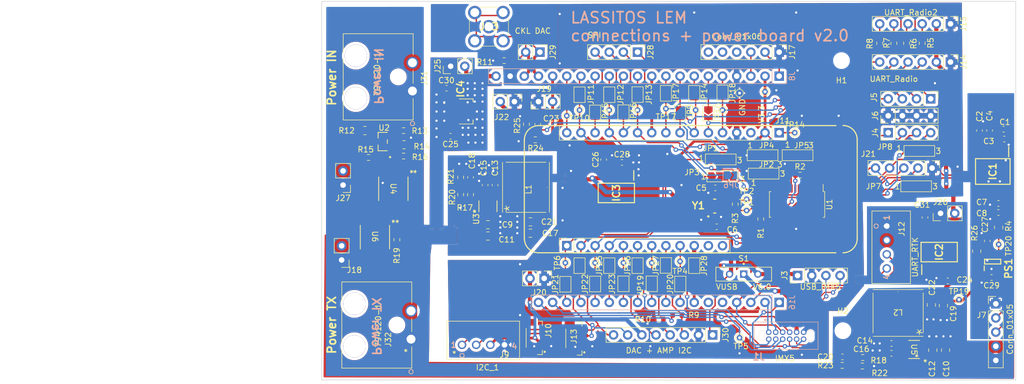
<source format=kicad_pcb>
(kicad_pcb (version 20221018) (generator pcbnew)
  (layers (0 "F.Cu" signal) (31 "B.Cu" signal) (34 "B.Paste" user) (35 "F.Paste" user) (36 "B.SilkS" user "B.Silkscreen") (37 "F.SilkS" user "F.Silkscreen") (38 "B.Mask" user) (39 "F.Mask" user) (44 "Edge.Cuts" user))
  (net 0 "")
  (net 1 "V3.3_Rs232")
  (net 2 "V3.3")
  (net 3 "/green, Tx")
  (net 4 "/gray, Rx")
  (net 5 "GND")
  (net 6 "V_Bat")
  (net 7 "Net-(IC1-C1-)")
  (net 8 "Net-(IC1-C1+)")
  (net 9 "Net-(IC1-V-)")
  (net 10 "Net-(IC1-V+)")
  (net 11 "Net-(IC1-C2+)")
  (net 12 "Net-(IC1-C2-)")
  (net 13 "Net-(U1-XTAL2)")
  (net 14 "Net-(U1-XTAL1)")
  (net 15 "SDA")
  (net 16 "SCL")
  (net 17 "IMX5_PPS")
  (net 18 "VBattLevel")
  (net 19 "SCK")
  (net 20 "RX1")
  (net 21 "TX1")
  (net 22 "DAC_trigger")
  (net 23 "EN_AMP")
  (net 24 "MUTE_AMP")
  (net 25 "V5")
  (net 26 "VUSB")
  (net 27 "EN")
  (net 28 "VBAT 3.7V")
  (net 29 "IMX5_Rx")
  (net 30 "IMX5_Tx")
  (net 31 "IMX5_USBD+")
  (net 32 "IMX5_USBD-")
  (net 33 "G9")
  (net 34 "Net-(U3-BST)")
  (net 35 "Net-(U3-SW)")
  (net 36 "Vin_IMX5")
  (net 37 "RST")
  (net 38 "V6.0")
  (net 39 "Net-(U5-BST)")
  (net 40 "Net-(PS1-VIN)")
  (net 41 "Net-(U5-SW)")
  (net 43 "Rx_Radio")
  (net 44 "PICO")
  (net 45 "POCI")
  (net 46 "CLK_DAC")
  (net 47 "Tx_RTK")
  (net 48 "Rx_MSP430")
  (net 49 "Tx_MSP430")
  (net 50 "NC1")
  (net 51 "NC2")
  (net 52 "CLK-")
  (net 53 "IMX_P12")
  (net 54 "IMX_P11")
  (net 55 "G2 strobe")
  (net 56 "Net-(JP2-C)")
  (net 57 "Net-(JP1-C)")
  (net 58 "Tx_Radio")
  (net 59 "Net-(U5-VCC)")
  (net 60 "Net-(U3-VCC)")
  (net 61 "Net-(J4-Pin_1)")
  (net 62 "Net-(J4-Pin_2)")
  (net 63 "Net-(J4-Pin_3)")
  (net 64 "Vin_18V")
  (net 65 "CS2")
  (net 66 "Net-(IC1-VCC)")
  (net 67 "Net-(J4-Pin_4)")
  (net 68 "RTS_Radio")
  (net 69 "CTS_Radio")
  (net 70 "Net-(U5-FB)")
  (net 71 "V6_Radio")
  (net 72 "CS_SPI_UART")
  (net 73 "Net-(JP3-C)")
  (net 74 "Net-(JP4-C)")
  (net 75 "Net-(JP5-C)")
  (net 76 "Net-(JP6-B)")
  (net 77 "Net-(U1-~{IRQ})")
  (net 78 "Net-(U1-~{RESET})")
  (net 79 "Net-(U4--INA)")
  (net 80 "Net-(U2-GND)")
  (net 81 "Net-(U2-OUT)")
  (net 82 "Net-(U4-OUTA)")
  (net 83 "Net-(U3-FB)")
  (net 84 "CTS_free")
  (net 85 "RTS_free")
  (net 86 "Tx_free")
  (net 87 "Rx_free")
  (net 92 "Net-(J5-Pin_1)")
  (net 93 "Net-(J5-Pin_2)")
  (net 94 "Net-(J5-Pin_3)")
  (net 95 "Net-(J5-Pin_4)")
  (net 96 "Net-(J8-Pin_5)")
  (net 97 "Net-(J8-Pin_6)")
  (net 98 "Net-(J8-Pin_7)")
  (net 99 "Net-(J8-Pin_8)")
  (net 100 "Net-(J8-Pin_9)")
  (net 101 "Net-(J8-Pin_11)")
  (net 102 "Net-(J8-Pin_12)")
  (net 103 "Net-(J8-Pin_13)")
  (net 104 "Net-(J8-Pin_14)")
  (net 105 "Net-(J8-Pin_15)")
  (net 106 "CTS_Radio2")
  (net 107 "Tx_Radio2")
  (net 108 "Rx_Radio2")
  (net 109 "RTS_Radio2")
  (net 110 "V6.0 ADC")
  (net 111 "Net-(IC1-ROUT)")
  (net 112 "Net-(IC1-DIN)")
  (net 113 "Net-(J10-SHIELD-PadS1)")
  (net 115 "Net-(J13-SHIELD-PadS1)")
  (net 116 "Net-(J15-Pin_3)")
  (net 117 "Net-(J15-Pin_4)")
  (net 118 "Net-(J15-Pin_5)")
  (net 119 "Net-(J15-Pin_6)")
  (net 122 "Net-(J16-Pin_7)")
  (net 123 "Net-(J16-Pin_8)")
  (net 124 "Net-(J16-Pin_9)")
  (net 125 "Net-(J16-Pin_10)")
  (net 126 "Net-(J16-Pin_11)")
  (net 127 "Net-(J16-Pin_12)")
  (net 128 "Net-(C18-Pad1)")
  (net 129 "Net-(C20-Pad1)")
  (net 130 "Net-(U6-G)")
  (net 131 "Net-(J16-Pin_13)")
  (net 132 "Net-(J16-Pin_14)")
  (net 133 "Net-(J16-Pin_15)")
  (net 134 "Net-(J16-Pin_16)")
  (footprint "Jumper:SolderJumper-2_P1.3mm_Open_TrianglePad1.0x1.5mm" (layer "F.Cu") (at 137.16 94.742 -90)
    (fp_text reference "JP13")
    (fp_text value "~")
  )
  (footprint "Connector_PinHeader_2.54mm:PinHeader_1x02_P2.54mm_Vertical" (layer "F.Cu") (at 103.627 89.662 90)
    (fp_text reference "J25")
    (fp_text value "V6_ ana")
  )
  (footprint "TestPoint:TestPoint_THTPad_D1.0mm_Drill0.5mm" (layer "F.Cu") (at 129.54 124.968)
    (fp_text reference "TP7")
    (fp_text value "~")
  )
  (footprint "Jumper:SolderJumper-2_P1.3mm_Open_TrianglePad1.0x1.5mm" (layer "F.Cu") (at 142.24 94.525 -90)
    (fp_text reference "JP17")
    (fp_text value "~")
  )
  (footprint "Capacitor_SMD:C_0603_1608Metric" (layer "F.Cu") (at 199.898 121.031 90)
    (fp_text reference "C27")
    (fp_text value "10uF")
  )
  (footprint "Connector_PinHeader_2.54mm:PinHeader_1x08_P2.54mm_Vertical" (layer "F.Cu") (at 150.622 137.922 -90)
    (fp_text reference "J30")
    (fp_text value "DAC + AMP I2C")
  )
  (footprint "Capacitor_SMD:C_0805_2012Metric" (layer "F.Cu") (at 192.405 140.65 90)
    (fp_text reference "C10")
    (fp_text value "22uF")
  )
  (footprint "Connector_PinSocket_2.54mm:PinSocket_1x16_P2.54mm_Vertical" (layer "F.Cu") (at 162.56 101.6 -90)
    (fp_text reference "J11")
    (fp_text value "Left connector ESP32")
  )
  (footprint "library_components:SO-8_S_LIT-M" (layer "F.Cu") (at 93.345 111.66475 -90)
    (fp_text reference "U4")
    (fp_text value "LT1495IS8-TRPBF")
  )
  (footprint "TestPoint:TestPoint_THTPad_D1.0mm_Drill0.5mm" (layer "F.Cu") (at 165.354 101.6)
    (fp_text reference "TP14")
    (fp_text value "~")
  )
  (footprint "Resistor_SMD:R_0603_1608Metric" (layer "F.Cu") (at 113.221 88.646 180)
    (fp_text reference "R11")
    (fp_text value "DNP")
  )
  (footprint "Resistor_SMD:R_0603_1608Metric" (layer "F.Cu") (at 88.9 106.045)
    (fp_text reference "R15")
    (fp_text value "82.5k")
  )
  (footprint "Connector_PinHeader_2.54mm:PinHeader_1x04_P2.54mm_Vertical" (layer "F.Cu") (at 182.118 98.552 90)
    (fp_text reference "J6")
    (fp_text value "GND")
  )
  (footprint "library_components:WE-XH 8080" (layer "F.Cu") (at 183.8989 133.970002 180)
    (fp_text reference "L2")
    (fp_text value "10uH")
  )
  (footprint "TestPoint:TestPoint_THTPad_D1.0mm_Drill0.5mm" (layer "F.Cu") (at 155.448 94.488 -90)
    (fp_text reference "TP15")
    (fp_text value "~")
  )
  (footprint "Connector_PinHeader_2.54mm:PinHeader_1x02_P2.54mm_Vertical" (layer "F.Cu") (at 120.401 127.762 -90)
    (fp_text reference "J20")
    (fp_text value "V3.3")
  )
  (footprint "Resistor_SMD:R_0805_2012Metric" (layer "F.Cu") (at 88.2415 101.219)
    (fp_text reference "R12")
    (fp_text value "100k")
  )
  (footprint "TestPoint:TestPoint_THTPad_D1.0mm_Drill0.5mm" (layer "F.Cu") (at 156.718 115.57)
    (fp_text reference "TP1")
    (fp_text value "~")
  )
  (footprint "Connector_PinHeader_2.54mm:PinHeader_1x02_P2.54mm_Vertical" (layer "F.Cu") (at 84.328 111.003 180)
    (fp_text reference "J27")
    (fp_text value "V_Bat")
  )
  (footprint "Capacitor_SMD:C_0603_1608Metric" (layer "F.Cu") (at 151.357 118.498 180)
    (fp_text reference "C6")
    (fp_text value "18pF")
  )
  (footprint "Connector_PinHeader_2.54mm:PinHeader_1x06_P2.54mm_Vertical" (layer "F.Cu") (at 162.56 87.122 -90)
    (fp_text reference "J17")
    (fp_text value "Conn_01x06")
  )
  (footprint "Resistor_SMD:R_0805_2012Metric" (layer "F.Cu") (at 95.25 103.759)
    (fp_text reference "R14")
    (fp_text value "47k")
  )
  (footprint "Capacitor_SMD:C_0805_2012Metric" (layer "F.Cu") (at 192.024 132.654 -90)
    (fp_text reference "C19")
    (fp_text value "22uF")
  )
  (footprint "TestPoint:TestPoint_THTPad_D1.0mm_Drill0.5mm" (layer "F.Cu") (at 126.746 97.536 180)
    (fp_text reference "TP10")
    (fp_text value "~")
  )
  (footprint "Capacitor_SMD:C_0603_1608Metric" (layer "F.Cu") (at 102.879 93.599 180)
    (fp_text reference "C30")
    (fp_text value "10uF")
  )
  (footprint "SamacSys_Parts:L78L06ACUTR" (layer "F.Cu") (at 106.426 97.79 -90)
    (fp_text reference "IC4")
    (fp_text value "L78L06ACUTR" hide)
  )
  (footprint "Connector_PinHeader_2.54mm:PinHeader_1x04_P2.54mm_Vertical" (layer "F.Cu") (at 182.118 101.6 90)
    (fp_text reference "J4")
    (fp_text value "GPIO 1")
  )
  (footprint "TestPoint:TestPoint_THTPad_D1.0mm_Drill0.5mm" (layer "F.Cu") (at 139.7 124.968)
    (fp_text reference "TP3")
    (fp_text value "~")
  )
  (footprint "Resistor_SMD:R_0603_1608Metric" (layer "F.Cu") (at 105.424 109.616 -90)
    (fp_text reference "R21")
    (fp_text value "80.6K")
  )
  (footprint "Jumper:SolderJumper-2_P1.3mm_Open_TrianglePad1.0x1.5mm" (layer "F.Cu") (at 132.08 94.779 -90)
    (fp_text reference "JP12")
    (fp_text value "~")
  )
  (footprint "Capacitor_SMD:C_0805_2012Metric" (layer "F.Cu") (at 197.993 122.875 90)
    (fp_text reference "R26")
    (fp_text value "50")
  )
  (footprint "Connector_PinHeader_2.54mm:PinHeader_1x02_P2.54mm_Vertical" (layer "F.Cu") (at 115.062 96.012 -90)
    (fp_text reference "J22")
    (fp_text value "V6")
  )
  (footprint "Capacitor_SMD:C_0603_1608Metric" (layer "F.Cu") (at 103.605 102.235 180)
    (fp_text reference "C25")
    (fp_text value "10uF")
  )
  (footprint "Jumper:SolderJumper-2_P1.3mm_Open_TrianglePad1.0x1.5mm" (layer "F.Cu") (at 139.7 128.741 90)
    (fp_text reference "JP19")
    (fp_text value "~")
  )
  (footprint "Capacitor_SMD:C_0805_2012Metric" (layer "F.Cu") (at 189.865 132.527 -90)
    (fp_text reference "C22")
    (fp_text value "22uF")
  )
  (footprint "library_components:TSOT23-6_MPS_MNP" (layer "F.Cu") (at 110.316 114.809 90)
    (fp_text reference "U3")
    (fp_text value "MP2317GJ-Z")
  )
  (footprint "library_components:TSOT23-6_MPS_MNP" (layer "F.Cu") (at 186.77255 140.527999 180)
    (fp_text reference "U5")
    (fp_text value "MP2317GJ-Z")
  )
  (footprint "library_components:21-0051H_MXM" (layer "F.Cu") (at 91.44 103.1875 90)
    (fp_text reference "U2")
    (fp_text value "MAX6007AEUR+T")
  )
  (footprint "Connector_PinHeader_2.54mm:PinHeader_1x05_P2.54mm_Vertical" (layer "F.Cu") (at 189.992 107.95 -90)
    (fp_text reference "J21")
    (fp_text value "Conn_01x05")
  )
  (footprint "Capacitor_SMD:C_0603_1608Metric" (layer "F.Cu") (at 151.103 111.513)
    (fp_text reference "C5")
    (fp_text value "18pF")
  )
  (footprint "Connector_PinHeader_2.54mm:PinHeader_1x04_P2.54mm_Vertical" (layer "F.Cu") (at 137.15 87.122 -90)
    (fp_text reference "J28")
    (fp_text value "SPI")
  )
  (footprint "Capacitor_SMD:C_0805_2012Metric" (layer "F.Cu") (at 110.316 120.156)
    (fp_text reference "C11")
    (fp_text value "NP")
  )
  (footprint "library_components:CONN_BM04B-SRSS-TB(LF)(SN)" (layer "F.Cu") (at 119.071 138.454 90)
    (fp_text reference "J10")
    (fp_text value "I2C_JST")
  )
  (footprint "Resistor_SMD:R_0603_1608Metric" (layer "F.Cu") (at 95.187 105.791)
    (fp_text reference "R16")
    (fp_text value "2M")
  )
  (footprint "Jumper:SolderJumper-2_P1.3mm_Open_TrianglePad1.0x1.5mm" (layer "F.Cu") (at 132.08 125.476 90)
    (fp_text reference "JP25")
    (fp_text value "~")
  )
  (footprint "library_components:794120-1" (layer "F.Cu") (at 96.52 138.684 90)
    (fp_text reference "J32")
    (fp_text value "794120-1")
  )
  (footprint "Jumper:SolderJumper-2_P1.3mm_Open_TrianglePad1.0x1.5mm" (layer "F.Cu") (at 147.32 94.525 -90)
    (fp_text reference "JP14")
    (fp_text value "~")
  )
  (footprint "Resistor_SMD:R_0603_1608Metric" (layer "F.Cu") (at 177.547 141.986 180)
    (fp_text reference "R18")
    (fp_text value "12.1K")
  )
  (footprint "Capacitor_SMD:C_0805_2012Metric" (layer "F.Cu") (at 117.936 117.616 180)
    (fp_text reference "C21")
    (fp_text value "22uF")
  )
  (footprint "Jumper:SolderJumper-3_P2.0mm_Open_TrianglePad1.0x1.5mm_NumberLabels" (layer "F.Cu") (at 152.076 106.426)
    (fp_text reference "JP1")
    (fp_text value "~")
  )
  (footprint "TestPoint:TestPoint_THTPad_D1.0mm_Drill0.5mm" (layer "F.Cu") (at 132.08 97.536)
    (fp_text reference "TP11")
    (fp_text value "~")
  )
  (footprint "Capacitor_SMD:C_0805_2012Metric" (layer "F.Cu") (at 117.936 119.648 180)
    (fp_text reference "C17")
    (fp_text value "22uF")
  )
  (footprint "Capacitor_SMD:C_0805_2012Metric" (layer "F.Cu") (at 190.119 140.655 90)
    (fp_text reference "C12")
    (fp_text value "NP")
  )
  (footprint "Resistor_SMD:R_0603_1608Metric" (layer "F.Cu") (at 173.864 143.387998)
    (fp_text reference "R23")
    (fp_text value "80.6K")
  )
  (footprint "TestPoint:TestPoint_THTPad_D1.0mm_Drill0.5mm" (layer "F.Cu") (at 155.448 138.43 90)
    (fp_text reference "TP5")
    (fp_text value "~")
  )
  (footprint "Capacitor_SMD:C_0603_1608Metric" (layer "F.Cu") (at 134.353 106.934)
    (fp_text reference "C28")
    (fp_text value "10uF")
  )
  (footprint "Capacitor_SMD:C_0603_1608Metric" (layer "F.Cu") (at 173.914 141.863998 180)
    (fp_text reference "C20")
    (fp_text value "10pF")
  )
  (footprint "Capacitor_SMD:C_0603_1608Metric" (layer "F.Cu") (at 200.305802 101.203305 90)
    (fp_text reference "C4")
    (fp_text value "0.1uF")
  )
  (footprint "library_components:5-104363-3" (layer "F.Cu") (at 105.664 139.7)
    (fp_text reference "J9")
    (fp_text value "I2C_1")
  )
  (footprint "Connector_PinHeader_2.54mm:PinHeader_1x04_P2.54mm_Vertical" (layer "F.Cu") (at 165.862 127.254 90)
    (fp_text reference "J3")
    (fp_text value "USB_IMX5")
  )
  (footprint "Resistor_SMD:R_0603_1608Metric" (layer "F.Cu") (at 95.187 101.219)
    (fp_text reference "R13")
    (fp_text value "8.1.6k")
  )
  (footprint "Resistor_SMD:R_0603_1608Metric" (layer "F.Cu") (at 93.98 120.8194 -90)
    (fp_text reference "R19")
    (fp_text value "500k")
  )
  (footprint "library_components:SW_MSS-102559-14A-D" (layer "F.Cu") (at 156.2 127 180)
    (fp_text reference "S1")
    (fp_text value "MSS-102559-14A-D")
  )
  (footprint "Resistor_SMD:R_0603_1608Metric" (layer "F.Cu") (at 159.258 117.094 90)
    (fp_text reference "R1")
    (fp_text value "1k")
  )
  (footprint "TestPoint:TestPoint_THTPad_D1.0mm_Drill0.5mm" (layer "F.Cu") (at 156.718 113.538)
    (fp_text reference "TP2")
    (fp_text value "~")
  )
  (footprint "Capacitor_SMD:C_0603_1608Metric" (layer "F.Cu") (at 119.253 100.076 90)
    (fp_text reference "C23")
    (fp_text value "0.1uF")
  )
  (footprint "Connector_PinHeader_2.54mm:PinHeader_1x05_P2.54mm_Vertical" (layer "F.Cu") (at 201.422 132.334)
    (fp_text reference "J7")
    (fp_text value "Conn_01x05")
  )
  (footprint "Connector_PinHeader_2.54mm:PinHeader_1x06_P2.54mm_Vertical" (layer "F.Cu") (at 193.294 82.042 -90)
    (fp_text reference "J15")
    (fp_text value "UART_Radio2")
  )
  (footprint "TestPoint:TestPoint_THTPad_D1.0mm_Drill0.5mm" (layer "F.Cu") (at 134.62 124.968)
    (fp_text reference "TP8")
    (fp_text value "~")
  )
  (footprint "library_components:794120-1" (layer "F.Cu") (at 96.774 94.107 90)
    (fp_text reference "J31")
    (fp_text value "794120-1")
  )
  (footprint "Capacitor_SMD:C_0805_2012Metric" (layer "F.Cu") (at 201.93 118.618 -90)
    (fp_text reference "R4")
    (fp_text value "50")
  )
  (footprint "Resistor_SMD:R_0603_1608Metric" (layer "F.Cu") (at 185.42 85.535 -90)
    (fp_text reference "R6")
    (fp_text value "220")
  )
  (footprint "Resistor_SMD:R_0603_1608Metric" (layer "F.Cu") (at 180.594 85.535 -90)
    (fp_text reference "R8")
    (fp_text value "220")
  )
  (footprint "MountingHole:MountingHole_2.5mm" (layer "F.Cu") (at 173.736 88.646)
    (fp_text reference "H1")
    (fp_text value "MountingHole")
  )
  (footprint "library_components:CONN_BM04B-SRSS-TB(LF)(SN)" (layer "F.Cu") (at 126.183 138.551 90)
    (fp_text reference "J13")
    (fp_text value "I2C_JST")
  )
  (footprint "Capacitor_SMD:C_0603_1608Metric" (layer "F.Cu") (at 111.586 111.012 90)
    (fp_text reference "C13")
    (fp_text value "0.1uF")
  )
  (footprint "library_components:SOT230P700X180-4N" (layer "F.Cu") (at 133.35 112.42 -90)
    (fp_text reference "IC3")
    (fp_text value "ADP3339AKCZ-3.3-R7" hide)
  )
  (footprint "Jumper:SolderJumper-2_P1.3mm_Open_TrianglePad1.0x1.5mm" (layer "F.Cu") (at 147.32 125.476 90)
    (fp_text reference "JP28")
    (fp_text value "~")
  )
  (footprint "Jumper:SolderJumper-2_P1.3mm_Open_TrianglePad1.0x1.5mm" (layer "F.Cu") (at 126.746 125.476 90)
    (fp_text reference "JP24")
    (fp_text value "~")
  )
  (footprint "Capacitor_SMD:C_0603_1608Metric" (layer "F.Cu") (at 182.7019 141.224 180)
    (fp_text reference "C16")
    (fp_text value "0.1uF")
  )
  (footprint "Jumper:SolderJumper-2_P1.3mm_Open_TrianglePad1.0x1.5mm" (layer "F.Cu") (at 137.16 125.476 90)
    (fp_text reference "JP26")
    (fp_text value "~")
  )
  (footprint "Capacitor_SMD:C_0603_1608Metric" (layer "F.Cu") (at 201.889198 114.3)
    (fp_text reference "C7")
    (fp_text value "0.01uF")
  )
  (footprint "Resistor_SMD:R_0603_1608Metric" (layer "F.Cu") (at 177.483 143.51)
    (fp_text reference "R22")
    (fp_text value "12.1K")
  )
  (footprint "Resistor_SMD:R_0603_1608Metric" (layer "F.Cu") (at 105.424 112.727 -90)
    (fp_text reference "R20")
    (fp_text value "12.1K")
  )
  (footprint "Jumper:SolderJumper-3_P2.0mm_Open_TrianglePad1.0x1.5mm_NumberLabels" (layer "F.Cu") (at 165.862 105.664)
    (fp_text reference "JP5")
    (fp_text value "~")
  )
  (footprint "library_components:5-104363-3" (layer "F.Cu") (at 181.864 118.364 -90)
    (fp_text reference "J12")
    (fp_text value "UART_RTK")
  )
  (footprint "Jumper:SolderJumper-2_P1.3mm_Open_TrianglePad1.0x1.5mm" (layer "F.Cu") (at 134.62 128.741 90)
    (fp_text reference "JP23")
    (fp_text value "~")
  )
  (footprint "Capacitor_SMD:C_0603_1608Metric" (layer "F.Cu") (at 188.722 116.827 90)
    (fp_text reference "C31")
    (fp_text value "10uF")
  )
  (footprint "TestPoint:TestPoint_THTPad_D1.0mm_Drill0.5mm" (layer "F.Cu") (at 201.93 121.666)
    (fp_text reference "TP20")
    (fp_text value "~")
  )
  (footprint "library_components:SO8_DIO" (layer "F.Cu") (at 90.043 120.3452 -90)
    (fp_text reference "U6")
    (fp_text value "DMG4407SSS-13")
  )
  (footprint "Jumper:SolderJumper-2_P1.3mm_Open_TrianglePad1.0x1.5mm" (layer "F.Cu") (at 134.62 98.007 -90)
    (fp_text reference "JP16")
    (fp_text value "~")
  )
  (footprint "Jumper:SolderJumper-3_P2.0mm_Open_TrianglePad1.0x1.5mm_NumberLabels" (layer "F.Cu") (at 187.706 104.902)
    (fp_text reference "JP8")
    (fp_text value "~")
  )
  (footprint "Capacitor_SMD:C_0603_1608Metric" (layer "F.Cu") (at 200.656754 127.610246 180)
    (fp_text reference "C29")
    (fp_text value "10uF")
  )
  (footprint "library_components:WE-XH 8080" (layer "F.Cu") (at 117.134 111.407 90)
    (fp_text reference "L1")
    (fp_text value "10uH")
  )
  (footprint "Jumper:SolderJumper-2_P1.3mm_Open_TrianglePad1.0x1.5mm" (layer "F.Cu") (at 126.746 94.779 -90)
    (fp_text reference "JP11")
    (fp_text value "~")
  )
  (footprint "TestPoint:TestPoint_THTPad_D1.0mm_Drill0.5mm" (layer "F.Cu") (at 124.206 124.968 90)
    (fp_text reference "TP6")
    (fp_text value "~")
  )
  (footprint "Jumper:SolderJumper-2_P1.3mm_Open_TrianglePad1.0x1.5mm" (layer "F.Cu") (at 129.54 98.044 -90)
    (fp_text reference "JP15")
    (fp_text value "~")
  )
  (footprint "Connector_PinHeader_2.54mm:PinHeader_1x02_P2.54mm_Vertical" (layer "F.Cu") (at 84.074 124.46 180)
    (fp_text reference "J18")
    (fp_text value "V18")
  )
  (footprint "Resistor_SMD:R_0603_1608Metric" (layer "F.Cu") (at 188.214 85.535 -90)
    (fp_text reference "R5")
    (fp_text value "220")
  )
  (footprint "Jumper:SolderJumper-3_P2.0mm_Open_TrianglePad1.0x1.5mm_NumberLabels" (layer "F.Cu") (at 159.766 108.966)
    (fp_text reference "JP2")
    (fp_text value "~")
  )
  (footprint "TestPoint:TestPoint_THTPad_D1.0mm_Drill0.5mm" (layer "F.Cu") (at 152.4 97.536 -90)
    (fp_text reference "TP16")
    (fp_text value "~")
  )
  (footprint "Jumper:SolderJumper-3_P2.0mm_Open_TrianglePad1.0x1.5mm_NumberLabels" (layer "F.Cu") (at 187.128 111.252)
    (fp_text reference "JP7")
    (fp_text value "~")
  )
  (footprint "Capacitor_SMD:C_0603_1608Metric" (layer "F.Cu") (at 131.064 106.426 90)
    (fp_text reference "C26")
    (fp_text value "10uF")
  )
  (footprint "TestPoint:TestPoint_THTPad_D1.0mm_Drill0.5mm" (layer "F.Cu") (at 142.24 97.282 180)
    (fp_text reference "TP17")
    (fp_text value "~")
  )
  (footprint "Resistor_SMD:R_0603_1608Metric" (layer "F.Cu") (at 144.272 134.366 180)
    (fp_text reference "R9")
    (fp_text value "10k")
  )
  (footprint "TestPoint:TestPoint_THTPad_D1.0mm_Drill0.5mm" (layer "F.Cu") (at 137.16 97.536)
    (fp_text reference "TP12")
    (fp_text value "~")
  )
  (footprint "Connector_PinHeader_2.54mm:PinHeader_1x02_P2.54mm_Vertical" (layer "F.Cu") (at 191.511 116.078 90)
    (fp_text reference "J26")
    (fp_text value "V5.0")
  )
  (footprint "Capacitor_SMD:C_0603_1608Metric" (layer "F.Cu") (at 202.819 100.965)
    (fp_text reference "C1")
    (fp_text value "0.1uF")
  )
  (footprint "Capacitor_SMD:C_0603_1608Metric" (layer "F.Cu") (at 202.939 102.727305)
    (fp_text reference "C3")
    (fp_text value "0.1uF")
  )
  (footprint "Capacitor_SMD:C_0603_1608Metric" (layer "F.Cu") (at 201.889198 115.935305)
    (fp_text reference "C8")
    (fp_text value "0.1 uF")
  )
  (footprint "Resistor_SMD:R_0603_1608Metric" (layer "F.Cu") (at 107.202 112.727 90)
    (fp_text reference "R17")
    (fp_text value "12.1K")
  )
  (footprint "Resistor_SMD:R_0603_1608Metric" (layer "F.Cu") (at 140.97 135.128)
    (fp_text reference "R10")
    (fp_text value "10k")
  )
  (footprint "Connector_PinHeader_2.54mm:PinHeader_1x02_P2.54mm_Vertical" (layer "F.Cu") (at 119.38 96.012 90)
    (fp_text reference "J19")
    (fp_text value "V6")
  )
  (footprint "Capacitor_SMD:C_0603_1608Metric" (layer "F.Cu") (at 107.202 109.616 90)
    (fp_text reference "C18")
    (fp_text value "10pF")
  )
  (footprint "Connector_PinSocket_2.54mm:PinSocket_1x12_P2.54mm_Vertical" (layer "F.Cu") (at 124.46 121.895 90)
    (fp_text reference "J24")
    (fp_text value "Right connector ESP32")
  )
  (footprint "Connector_PinHeader_2.54mm:PinHeader_1x06_P2.54mm_Vertical" (layer "F.Cu") (at 193.294 88.9 -90)
    (fp_text reference "J14")
    (fp_text value "UART_Radio")
  )
  (footprint "Capacitor_SMD:C_0603_1608Metric" (layer "F.Cu") (at 198.501 101.206 -90)
    (fp_text reference "C2")
    (fp_text value "0.1uF")
  )
  (footprint "Capacitor_SMD:C_0603_1608Metric" (layer "F.Cu") (at 192.8 128.22 180)
    (fp_text reference "C24")
    (fp_text value "10uF")
  )
  (footprint "Jumper:SolderJumper-2_P1.3mm_Open_TrianglePad1.0x1.5mm" (layer "F.Cu") (at 152.4 94.451 -90)
    (fp_text reference "JP18")
    (fp_text value "~")
  )
  (footprint "Resistor_SMD:R_0603_1608Metric" (layer "F.Cu") (at 118.809 102.87 180)
    (fp_text reference "R24")
    (fp_text value "90k")
  )
  (footprint "Jumper:SolderJumper-2_P1.3mm_Open_TrianglePad1.0x1.5mm" (layer "F.Cu") (at 144.78 98.081 -90)
    (fp_text reference "JP9")
    (fp_text value "~")
  )
  (footprint "Connector_PinHeader_2.54mm:PinHeader_1x02_P2.54mm_Vertical" (layer "F.Cu") (at 119.634 87.122 -90)
    (fp_text reference "J29")
    (fp_text value "CLK_DAC\nCLK")
  )
  (footprint "SamacSys_Parts:ABM810000MHZ12D2W" (layer "F.Cu") (at 150.996 114.779)
    (fp_text reference "Y1")
    (fp_text value "ABM8-14.7456MHz-12-D1X-T" hide)
  )
  (footprint "TestPoint:TestPoint_THTPad_D1.0mm_Drill0.5mm" (layer "F.Cu") (at 144.78 124.714)
    (fp_text reference "TP4")
    (fp_text value "~")
  )
  (footprint "MountingHole:MountingHole_2.5mm" (layer "F.Cu") (at 173.99 137.16)
    (fp_text reference "H2")
    (fp_text value "MountingHole")
  )
  (footprint "Jumper:SolderJumper-2_P1.3mm_Open_TrianglePad1.0x1.5mm" (layer "F.Cu") (at 124.206 128.815 90)
    (fp_text reference "JP21")
    (fp_text value "~")
  )
  (footprint "TestPoint:TestPoint_THTPad_D1.0mm_Drill0.5mm" (layer "F.Cu") (at 194.818 131.572)
    (fp_text reference "TP19")
    (fp_text value "~")
  )
  (footprint "Resistor_SMD:R_0603_1608Metric" (layer "F.Cu") (at 117.221 100.076 90)
    (fp_text reference "R25")
    (fp_text value "10k")
  )
  (footprint "Jumper:SolderJumper-3_P2.0mm_Open_TrianglePad1.0x1.5mm_NumberLabels" (layer "F.Cu") (at 159.582 105.664)
    (fp_text reference "JP4")
    (fp_text value "~")
  )
  (footprint "Jumper:SolderJumper-3_P2.0mm_Open_TrianglePad1.0x1.5mm_NumberLabels" (layer "F.Cu") (at 152.33 109.474)
    (fp_text reference "JP3")
    (fp_text value "~")
  )
  (footprint "Jumper:SolderJumper-2_P1.3mm_Open_TrianglePad1.0x1.5mm" (layer "F.Cu") (at 129.54 128.778 90)
    (fp_text reference "JP22")
    (fp_text value "~")
  )
  (footprint "SamacSys_Parts:SMAJPHSTTH1" (layer "F.Cu") (at 110.49 82.55)
    (fp_text reference "J23")
    (fp_text value "SMA-J-P-H-ST-TH1" hide)
  )
  (footprint "SamacSys_Parts:SOP65P780X200-16N" (layer "F.Cu") (at 200.883 108.563305 -90)
    (fp_text reference "IC1")
    (fp_text value "MAX3221EIDBR" hide)
  )
  (footprint "Capacitor_SMD:C_0603_1608Metric" (layer "F.Cu") (at 109.808 110.999 90)
    (fp_text reference "C15")
    (fp_text value "0.1uF")
  )
  (footprint "Capacitor_SMD:C_0603_1608Metric" (layer "F.Cu") (at 182.7149 139.446 180)
    (fp_text reference "C14")
    (fp_text value "0.1uF")
  )
  (footprint "TestPoint:TestPoint_THTPad_D1.0mm_Drill0.5mm" (layer "F.Cu") (at 147.574 97.536)
    (fp_text reference "TP18")
    (fp_text value "~")
  )
  (footprint "Resistor_SMD:R_0603_1608Metric" (layer "F.Cu") (at 183.134 85.535 -90)
    (fp_text reference "R7")
    (fp_text value "220")
  )
  (footprint "library_components:SOT230P700X180-4N" (layer "F.Cu") (at 191.262 123.038 90)
    (fp_text reference "IC2")
    (fp_text value "ADP3339AKCZ-5-R7" hide)
  )
  (footprint "Connector_PinHeader_2.54mm:PinHeader_1x04_P2.54mm_Vertical" (layer "F.Cu") (at 189.738 95.504 -90)
    (fp_text reference "J5")
    (fp_text value "GPIO 1")
  )
  (footprint "library_components:SOT96P240X120-3N" (layer "F.Cu") (at 200.856754 124.746246 90)
    (fp_text reference "PS1")
    (fp_text value "AP2120N-3.3TRG1" hide)
  )
  (footprint "Package_SO:TSSOP-28_4.4x9.7mm_P0.65mm" (layer "F.Cu") (at 165.769 114.4855 -90)
    (fp_text reference "U1")
    (fp_text value "SC16IS762IPW")
  )
  (footprint "Resistor_SMD:R_0603_1608Metric" (layer "F.Cu") (at 154.686 114.434 90)
    (fp_text reference "R3")
    (fp_text value "1M")
  )
  (footprint "TestPoint:TestPoint_THTPad_D1.0mm_Drill0.5mm" (layer "F.Cu") (at 160.02 94.234)
    (fp_text reference "TP13")
    (fp_text value "~")
  )
  (footprint "Jumper:SolderJumper-2_P1.3mm_Open_TrianglePad1.0x1.5mm" (layer "F.Cu") (at 149.86 98.081 -90)
    (fp_text reference "JP10")
    (fp_text value "~")
  )
  (footprint "Jumper:SolderJumper-2_P1.3mm_Open_TrianglePad1.0x1.5mm" (layer "F.Cu") (at 142.24 125.439 90)
    (fp_text reference "JP27")
    (fp_text value "~")
  )
  (footprint "Capacitor_SMD:C_0805_2012Metric" (layer "F.Cu") (at 110.316 118.111)
    (fp_text reference "C9")
    (fp_text value "22uF")
  )
  (footprint "TestPoint:TestPoint_THTPad_D1.0mm_Drill0.5mm" (layer "F.Cu") (at 124.46 98.552)
    (fp_text reference "TP9")
    (fp_text value "~")
  )
  (footprint "Jumper:SolderJumper-2_P1.3mm_Open_TrianglePad1.0x1.5mm" (layer "F.Cu") (at 144.817 128.778 90)
    (fp_text reference "JP20")
    (fp_text value "~")
  )
  (footprint "Resistor_SMD:R_0603_1608Metric" (layer "F.Cu") (at 166.307 109.22 180)
    (fp_text reference "R2")
    (fp_text value "1k")
  )
  (footprint "library_components:G125-MV11205L1P" (layer "B.Cu") (at 160.686826 137.434)
    (fp_text reference "J1")
    (fp_text value "G125-MV11205L1P" hide)
  )
  (footprint "Connector_PinHeader_2.54mm:PinHeader_1x21_P2.54mm_Vertical" (layer "B.Cu") (at 162.56 91.44 90)
    (fp_text reference "J8")
    (fp_text value "Conn_01x21" hide)
  )
  (footprint "Connector_PinHeader_2.54mm:PinHeader_1x18_P2.54mm_Vertical" (layer "B.Cu") (at 162.56 132.08 90)
    (fp_text reference "J16")
    (fp_text value "Right connector to Microcontroller")
  )
  (footprint "Jumper:SolderJumper-2_P1.3mm_Open_TrianglePad1.0x1.5mm" (layer "B.Cu") (at 153.887 109.22)
    (fp_text reference "JP6")
    (fp_text value "~")
  )
  (gr_arc locked (start 174.0154 100.305) (mid 175.811451 101.048949) (end 176.5554 102.845) (stroke (width 0.2032)) (layer "F.SilkS"))
  (gr_arc locked (start 119.398051 123.165) (mid 117.602 122.421051) (end 116.858051 120.625) (stroke (width 0.2032)) (layer "F.SilkS"))
  (gr_line locked (start 176.5554 120.625) (end 176.5554 102.845) (stroke (width 0.2032)) (layer "F.SilkS"))
  (gr_line locked (start 119.398051 123.165) (end 172.738051 123.165) (stroke (width 0.2032)) (layer "F.SilkS"))
  (gr_arc locked (start 116.858051 102.863051) (mid 117.602 101.067) (end 119.398051 100.323051) (stroke (width 0.2032)) (layer "F.SilkS"))
  (gr_line locked (start 172.738051 100.323051) (end 119.398051 100.323051) (stroke (width 0.2032)) (layer "F.SilkS"))
  (gr_arc locked (start 176.5554 120.625) (mid 175.811451 122.421051) (end 174.0154 123.165) (stroke (width 0.2032)) (layer "F.SilkS"))
  (gr_line locked (start 116.84 102.845) (end 116.84 120.625) (stroke (width 0.2032)) (layer "F.SilkS"))
  (gr_rect locked (start 80.5 78) (end 205 146) (stroke (width 0.1)) (fill none) (layer "Edge.Cuts"))
  (gr_text "Power TX" (at 90.297 136.398 -90) (layer "B.SilkS") (effects (font (size 1.5 1.5) (thickness 0.3)) (justify mirror)))
  (gr_text "LASSITOS LEM \nconnections + power board v2.0" (at 124.968 82.55) (layer "B.SilkS") (effects (font (size 2 2) (thickness 0.3)) (justify left)))
  (gr_text "Power IN" (at 90.678 91.44 -90) (layer "B.SilkS") (effects (font (size 1.5 1.5) (thickness 0.3)) (justify mirror)))
  (gr_text "SPI " (at 129.794 84.074) (layer "F.SilkS") (effects (font (size 1 1))))
  (gr_text "VUSB" (at 153.162 129.286) (layer "F.SilkS") (effects (font (size 1 1))))
  (gr_text "V3.3" (at 159.385 98.298 90) (layer "F.SilkS") (effects (font (size 1 1))))
  (gr_text "Power TX" (at 82.296 136.144 90) (layer "F.SilkS") (effects (font (size 1.5 1.5) (thickness 0.3))))
  (gr_text "IMX5" (at 163.576 142.113) (layer "F.SilkS") (effects (font (size 1 1))))
  (gr_text "Power IN" (at 82.296 91.694 90) (layer "F.SilkS") (effects (font (size 1.5 1.5) (thickness 0.3))))
  (gr_text "V6.0" (at 159.512 129.286) (layer "F.SilkS") (effects (font (size 1 1))))
  (gr_text "GND" (at 155.956 97.028 90) (layer "F.SilkS") (effects (font (size 1 1))))
  (gr_text "CKL DAC" (at 118.364 83.312) (layer "F.SilkS") (effects (font (size 1 1))))
  (segment (start 201.939754 127.33785) (end 201.939754 119.577754) (width 0.25) (layer "F.Cu") (net 1))
  (segment (start 201.939754 119.577754) (end 201.93 119.568) (width 0.25) (layer "F.Cu") (net 1))
  (segment (start 201.686556 127.591048) (end 201.939754 127.33785) (width 0.25) (layer "F.Cu") (net 1))
  (segment (start 154.076 106.426) (end 154.076 106.01638) (width 0.25) (layer "F.Cu") (net 2))
  (segment (start 133.35 109.27) (end 133.35 106.704) (width 0.5) (layer "F.Cu") (net 2))
  (segment (start 167.862 105.25438) (end 167.862 105.664) (width 0.25) (layer "F.Cu") (net 2))
  (segment (start 145.7885 105.1485) (end 145.542 104.902) (width 0.25) (layer "F.Cu") (net 2))
  (segment (start 160.02 101.6) (end 162.814 104.394) (width 0.25) (layer "F.Cu") (net 2))
  (segment (start 162.5275 116.269) (end 159.258 116.269) (width 0.25) (layer "F.Cu") (net 2))
  (segment (start 165.444 109.258) (end 165.444 111.623) (width 0.25) (layer "F.Cu") (net 2))
  (segment (start 129.731 119.189) (end 133.35 115.57) (width 0.75) (layer "F.Cu") (net 2))
  (segment (start 147.32 103.124) (end 158.496 103.124) (width 0.5) (layer "F.Cu") (net 2))
  (segment (start 118.687 138.488) (end 111.956 138.488) (width 0.5) (layer "F.Cu") (net 2))
  (segment (start 124.397 119.189) (end 129.731 119.189) (width 0.75) (layer "F.Cu") (net 2))
  (segment (start 154.076 106.01638) (end 153.20812 105.1485) (width 0.25) (layer "F.Cu") (net 2))
  (segment (start 118.745 138.43) (end 119.373 139.058) (width 0.5) (layer "F.Cu") (net 2))
  (segment (start 143.256 134.557) (end 143.447 134.366) (width 0.25) (layer "F.Cu") (net 2))
  (segment (start 165.482 110.198) (end 165.482 109.9815) (width 0.25) (layer "F.Cu") (net 2))
  (segment (start 122.936 139.058) (end 126.911 139.058) (width 0.75) (layer "F.Cu") (net 2))
  (segment (start 162.814 104.394) (end 167.00162 104.394) (width 0.25) (layer "F.Cu") (net 2))
  (segment (start 153.20812 105.1485) (end 145.7885 105.1485) (width 0.25) (layer "F.Cu") (net 2))
  (segment (start 117.856 132.08) (end 117.856 125.73) (width 0.75) (layer "F.Cu") (net 2))
  (segment (start 111.956 138.488) (end 110.744 139.7) (width 0.5) (layer "F.Cu") (net 2))
  (segment (start 117.856 125.73) (end 124.397 119.189) (width 0.75) (layer "F.Cu") (net 2))
  (segment (start 118.745 138.43) (end 118.687 138.488) (width 0.5) (layer "F.Cu") (net 2))
  (segment (start 165.482 109.22) (end 167.862 106.84) (width 0.25) (layer "F.Cu") (net 2))
  (segment (start 126.911 139.058) (end 126.935 139.082) (width 0.75) (layer "F.Cu") (net 2))
  (segment (start 165.444 110.236) (end 165.482 110.198) (width 0.25) (layer "F.Cu") (net 2))
  (segment (start 167.00162 104.394) (end 167.862 105.25438) (width 0.25) (layer "F.Cu") (net 2))
  (segment (start 167.862 106.84) (end 167.862 105.664) (width 0.25) (layer "F.Cu") (net 2))
  (segment (start 158.496 103.124) (end 160.02 101.6) (width 0.5) (layer "F.Cu") (net 2))
  (segment (start 133.35 115.57) (end 134.874 115.57) (width 0.5) (layer "F.Cu") (net 2))
  (segment (start 164.846 113.9505) (end 162.5275 116.269) (width 0.25) (layer "F.Cu") (net 2))
  (segment (start 143.256 135.382) (end 143.256 134.557) (width 0.25) (layer "F.Cu") (net 2))
  (segment (start 160.02 91.415) (end 160.02 100.9396) (width 0.5) (layer "F.Cu") (net 2))
  (segment (start 119.373 139.058) (end 122.936 139.058) (width 0.5) (layer "F.Cu") (net 2))
  (segment (start 134.874 115.57) (end 147.32 103.124) (width 0.5) (layer "F.Cu") (net 2))
  (segment (start 165.482 109.22) (end 165.444 109.258) (width 0.25) (layer "F.Cu") (net 2))
  (via (at 165.444 110.236) (size 0.8) (drill 0.4) (layers "F.Cu" "B.Cu") (net 2))
  (via (at 164.846 113.9505) (size 0.8) (drill 0.4) (layers "F.Cu" "B.Cu") (net 2))
  (via (at 143.256 135.382) (size 0.8) (drill 0.4) (layers "F.Cu" "B.Cu") (net 2))
  (via (at 118.745 138.43) (size 0.8) (drill 0.4) (layers "F.Cu" "B.Cu") (net 2))
  (via (at 117.856 132.08) (size 0.8) (drill 0.4) (layers "F.Cu" "B.Cu") (net 2))
  (segment (start 142.748 134.874) (end 134.112 134.874) (width 0.25) (layer "B.Cu") (net 2))
  (segment (start 165.444 112.305) (end 164.846 112.903) (width 0.25) (layer "B.Cu") (net 2))
  (segment (start 118.745 138.43) (end 118.745 133.985) (width 0.5) (layer "B.Cu") (net 2))
  (segment (start 143.256 135.382) (end 142.748 134.874) (width 0.25) (layer "B.Cu") (net 2))
  (segment (start 117.856 133.096) (end 119.888 135.128) (width 0.75) (layer "B.Cu") (net 2))
  (segment (start 117.856 132.08) (end 117.856 133.096) (width 0.75) (layer "B.Cu") (net 2))
  (segment (start 164.846 112.903) (end 164.846 113.9505) (width 0.25) (layer "B.Cu") (net 2))
  (segment (start 135.128 135.128) (end 137.922 137.922) (width 0.75) (layer "B.Cu") (net 2))
  (segment (start 118.745 133.985) (end 117.856 133.096) (width 0.5) (layer "B.Cu") (net 2))
  (segment (start 165.444 110.236) (end 165.444 112.305) (width 0.25) (layer "B.Cu") (net 2))
  (segment (start 159.766 101.854) (end 160.02 101.6) (width 0.5) (layer "B.Cu") (net 2))
  (segment (start 119.888 135.128) (end 135.128 135.128) (width 0.75) (layer "B.Cu") (net 2))
  (segment (start 203.749198 116.920818) (end 203.749198 135.086802) (width 0.25) (layer "F.Cu") (net 3))
  (segment (start 201.267198 107.669503) (end 204.158 110.560305) (width 0.25) (layer "F.Cu") (net 3))
  (segment (start 204.158 116.512016) (end 203.749198 116.920818) (width 0.25) (layer "F.Cu") (net 3))
  (segment (start 198.622198 105.962123) (end 200.329578 107.669503) (width 0.25) (layer "F.Cu") (net 3))
  (segment (start 204.158 110.560305) (end 204.158 116.512016) (width 0.25) (layer "F.Cu") (net 3))
  (segment (start 203.749198 135.086802) (end 201.422 137.414) (width 0.25) (layer "F.Cu") (net 3))
  (segment (start 200.329578 107.669503) (end 201.267198 107.669503) (width 0.25) (layer "F.Cu") (net 3))
  (segment (start 198.622198 105.032503) (end 198.622198 105.962123) (width 0.25) (layer "F.Cu") (net 3))
  (segment (start 201.422 134.874) (end 203.299198 132.996802) (width 0.25) (layer "F.Cu") (net 4))
  (segment (start 203.299198 132.996802) (end 203.299198 116.553123) (width 0.25) (layer "F.Cu") (net 4))
  (segment (start 203.708 110.871) (end 202.453305 109.616305) (width 0.25) (layer "F.Cu") (net 4))
  (segment (start 202.453305 109.616305) (end 201.852695 109.616305) (width 0.25) (layer "F.Cu") (net 4))
  (segment (start 201.308 110.161) (end 201.308 112.218305) (width 0.25) (layer "F.Cu") (net 4))
  (segment (start 201.308 112.218305) (end 201.222198 112.132503) (width 0.25) (layer "F.Cu") (net 4))
  (segment (start 203.708 116.144321) (end 203.708 110.871) (width 0.25) (layer "F.Cu") (net 4))
  (segment (start 203.299198 116.553123) (end 203.708 116.144321) (width 0.25) (layer "F.Cu") (net 4))
  (segment (start 201.852695 109.616305) (end 201.308 110.161) (width 0.25) (layer "F.Cu") (net 4))
  (segment (start 152.146 115.45) (end 152.146 116.706) (width 0.25) (layer "F.Cu") (net 5))
  (segment (start 191.276 128.22) (end 190.768 127.712) (width 0.5) (layer "F.Cu") (net 5))
  (segment (start 201.872198 110.622107) (end 201.872198 113.399305) (width 0.25) (layer "F.Cu") (net 5))
  (segment (start 96.52 102.489) (end 96.1625 102.8465) (width 0.25) (layer "F.Cu") (net 5))
  (segment (start 199.882556 127.337048) (end 199.882556 125.927048) (width 0.25) (layer "F.Cu") (net 5))
  (segment (start 199.276 119.634) (end 199.898 120.256) (width 0.25) (layer "F.Cu") (net 5))
  (segment (start 152.146 116.706) (end 152.132 116.72) (width 0.25) (layer "F.Cu") (net 5))
  (segment (start 96.52 102.489) (end 96.52 101.981) (width 0.25) (layer "F.Cu") (net 5))
  (segment (start 163.576 105.95) (end 163.862 105.664) (width 0.25) (layer "F.Cu") (net 5))
  (segment (start 154.94 94.996) (end 155.448 94.488) (width 0.5) (layer "F.Cu") (net 5))
  (segment (start 192.025 128.22) (end 191.276 128.22) (width 0.5) (layer "F.Cu") (net 5))
  (segment (start 200.108754 110.353551) (end 200.572198 110.816995) (width 0.25) (layer "F.Cu") (net 5))
  (segment (start 198.542 100.156107) (end 198.542 100.434503) (width 0.25) (layer "F.Cu") (net 5))
  (segment (start 201.128396 116.371604) (end 201.128396 114.176503) (width 0.25) (layer "F.Cu") (net 5))
  (segment (start 121.666 139.93) (end 120.966 139.93) (width 0.5) (layer "F.Cu") (net 5))
  (segment (start 111.252 88.646) (end 112.396 88.646) (width 0.25) (layer "F.Cu") (net 5))
  (segment (start 166.094 118.386) (end 166.094 117.348) (width 0.25) (layer "F.Cu") (net 5))
  (segment (start 203.172198 106.534503) (end 203.194198 106.556503) (width 0.25) (layer "F.Cu") (net 5))
  (segment (start 199.139556 99.558551) (end 198.542 100.156107) (width 0.25) (layer "F.Cu") (net 5))
  (segment (start 154.94 93.98) (end 154.94 91.415) (width 0.5) (layer "F.Cu") (net 5))
  (segment (start 198.882 128.337604) (end 199.882556 127.337048) (width 0.25) (layer "F.Cu") (net 5))
  (segment (start 188.976 128.016) (end 188.962 128.002) (width 0.75) (layer "F.Cu") (net 5))
  (segment (start 96.52 101.981) (end 95.758 101.219) (width 0.25) (layer "F.Cu") (net 5))
  (segment (start 96.1625 102.8465) (end 96.1625 103.759) (width 0.25) (layer "F.Cu") (net 5))
  (segment (start 200.644556 126.067048) (end 200.022556 126.067048) (width 0.25) (layer "F.Cu") (net 5))
  (segment (start 200.572198 110.816995) (end 200.572198 112.132503) (width 0.25) (layer "F.Cu") (net 5))
  (segment (start 128.928 140.058) (end 129.032 139.954) (width 0.5) (layer "F.Cu") (net 5))
  (segment (start 203.728198 103.759) (end 203.728198 104.476503) (width 0.25) (layer "F.Cu") (net 5))
  (segment (start 203.728198 102.741503) (end 203.714 102.727305) (width 0.25) (layer "F.Cu") (net 5))
  (segment (start 188.722 116.052) (end 191.485 116.052) (width 0.25) (layer "F.Cu") (net 5))
  (segment (start 191.485 116.052) (end 191.511 116.078) (width 0.25) (layer "F.Cu") (net 5))
  (segment (start 152.132 118.244) (end 152.132 116.72) (width 0.25) (layer "F.Cu") (net 5))
  (segment (start 198.882 119.634) (end 199.276 119.634) (width 0.25) (layer "F.Cu") (net 5))
  (segment (start 200.406 117.094) (end 201.128396 116.371604) (width 0.25) (layer "F.Cu") (net 5))
  (segment (start 200.022556 126.067048) (end 199.882556 125.927048) (width 0.25) (layer "F.Cu") (net 5))
  (segment (start 203.728198 104.476503) (end 203.172198 105.032503) (width 0.25) (layer "F.Cu") (net 5))
  (segment (start 116.824 99.3835) (end 117.1125 99.3835) (width 0.25) (layer "F.Cu") (net 5))
  (segment (start 157.258 108.458) (end 157.766 108.966) (width 0.25) (layer "F.Cu") (net 5))
  (segment (start 120.966 139.93) (end 120.942 139.954) (width 0.5) (layer "F.Cu") (net 5))
  (segment (start 125.984 140.058) (end 128.928 140.058) (width 0.5) (layer "F.Cu") (net 5))
  (segment (start 157.582 105.664) (end 156.718 105.664) (width 0.25) (layer "F.Cu") (net 5))
  (segment (start 202.153 110.341305) (end 201.872198 110.622107) (width 0.25) (layer "F.Cu") (net 5))
  (segment (start 155.448 94.488) (end 154.94 93.98) (width 0.5) (layer "F.Cu") (net 5))
  (segment (start 198.882 128.524) (end 198.882 128.337604) (width 0.25) (layer "F.Cu") (net 5))
  (segment (start 163.576 107.188) (end 163.576 105.95) (width 0.25) (layer "F.Cu") (net 5))
  (segment (start 156.718 108.458) (end 157.258 108.458) (width 0.25) (layer "F.Cu") (net 5))
  (segment (start 188.962 128.002) (end 188.962 126.188) (width 0.75) (layer "F.Cu") (net 5))
  (segment (start 120.942 139.954) (end 118.618 139.954) (width 0.5) (layer "F.Cu") (net 5))
  (segment (start 105.41 113.566) (end 105.424 113.552) (width 0.5) (layer "F.Cu") (net 5))
  (segment (start 182.118 98.552) (end 189.738 98.552) (width 0.25) (layer "F.Cu") (net 5))
  (segment (start 117.263 99.6375) (end 119.3985 99.6375) (width 0.25) (layer "F.Cu") (net 5))
  (segment (start 149.846 112.122) (end 150.328 111.64) (width 0.25) (layer "F.Cu") (net 5))
  (segment (start 105.41 115.062) (end 105.41 113.566) (width 0.5) (layer "F.Cu") (net 5))
  (segment (start 138.942299 135.885701) (end 139.895299 135.885701) (width 0.25) (layer "F.Cu") (net 5))
  (segment (start 149.846 113.6) (end 149.846 112.122) (width 0.25) (layer "F.Cu") (net 5))
  (segment (start 131.064 105.651) (end 132.575 105.651) (width 0.5) (layer "F.Cu") (net 5))
  (segment (start 203.172198 105.032503) (end 203.172198 106.534503) (width 0.25) (layer "F.Cu") (net 5))
  (segment (start 165.608 118.872) (end 166.094 118.386) (width 0.25) (layer "F.Cu") (net 5))
  (segment (start 203.728198 103.759) (end 203.728198 102.741503) (width 0.25) (layer "F.Cu") (net 5))
  (segment (start 139.895299 135.885701) (end 140.145 135.636) (width 0.25) (layer "F.Cu") (net 5))
  (segment (start 116.078 98.6375) (end 116.824 99.3835) (width 0.25) (layer "F.Cu") (net 5))
  (segment (start 91.44 108.839) (end 91.44 110.617) (width 0.5) (layer "F.Cu") (net 5))
  (segment (start 132.575 105.651) (end 132.588 105.664) (width 0.5) (layer "F.Cu") (net 5))
  (segment (start 179.578 143.51) (end 178.308 143.51) (width 0.25) (layer "F.Cu") (net 5))
  (segment (start 201.872198 113.399305) (end 201.114198 114.157305) (width 0.25) (layer "F.Cu") (net 5))
  (segment (start 154.94 100.9396) (end 154.94 94.996) (width 0.5) (layer "F.Cu") (net 5))
  (segment (start 199.882556 125.927048) (end 199.882556 124.543048) (width 0.25) (layer "F.Cu") (net 5))
  (via (at 137.414 105.664) (size 0.8) (drill 0.4) (layers "F.Cu" "B.Cu") (net 5))
  (via (at 203.728198 103.759) (size 0.8) (drill 0.4) (layers "F.Cu" "B.Cu") (net 5))
  (via (at 142.494 105.41) (size 0.8) (drill 0.4) (layers "F.Cu" "B.Cu") (net 5))
  (via (at 106.803 100.711) (size 0.8) (drill 0.4) (layers "F.Cu" "B.Cu") (net 5))
  (via (at 166.624 141.478) (size 0.8) (drill 0.4) (layers "F.Cu" "B.Cu") (net 5))
  (via (at 116.078 98.6375) (size 0.8) (drill 0.4) (layers "F.Cu" "B.Cu") (net 5))
  (via (at 179.578 139.446) (size 0.8) (drill 0.4) (layers "F.Cu" "B.Cu") (net 5))
  (via (at 115.584 119.648) (size 0.8) (drill 0.4) (layers "F.Cu" "B.Cu") (net 5))
  (via (at 109.343 92.71) (size 0.8) (drill 0.4) (layers "F.Cu" "B.Cu") (net 5))
  (via (at 121.666 139.93) (size 0.8) (drill 0.4) (layers "F.Cu" "B.Cu") (net 5))
  (via (at 91.44 110.617) (size 0.8) (drill 0.4) (layers "F.Cu" "B.Cu") (net 5))
  (via (at 125.984 140.058) (size 0.8) (drill 0.4) (layers "F.Cu" "B.Cu") (net 5))
  (via (at 125.222 108.458) (size 0.8) (drill 0.4) (layers "F.Cu" "B.Cu") (net 5))
  (via (at 112.536 117.616) (size 0.8) (drill 0.4) (layers "F.Cu" "B.Cu") (net 5))
  (via (at 111.252 88.646) (size 0.8) (drill 0.4) (layers "F.Cu" "B.Cu") (net 5))
  (via (at 165.608 118.872) (size 0.8) (drill 0.4) (layers "F.Cu" "B.Cu") (net 5))
  (via (at 190.768 127.712) (size 0.8) (drill 0.4) (layers "F.Cu" "B.Cu") (net 5))
  (via (at 137.316024 108.155482) (size 0.8) (drill 0.4) (layers "F.Cu" "B.Cu") (net 5))
  (via (at 110.49 107.442) (size 0.8) (drill 0.4) (layers "F.Cu" "B.Cu") (net 5))
  (via (at 116.078 134.366) (size 0.8) (drill 0.4) (layers "F.Cu" "B.Cu") (net 5))
  (via (at 180.594 140.716) (size 0.8) (drill 0.4) (layers "F.Cu" "B.Cu") (net 5))
  (via (at 123.19 89.154) (size 0.8) (drill 0.4) (layers "F.Cu" "B.Cu") (net 5))
  (via (at 173.228 98.552) (size 0.8) (drill 0.4) (layers "F.Cu" "B.Cu") (net 5))
  (via (at 132.588 105.664) (size 0.8) (drill 0.4) (layers "F.Cu" "B.Cu") (net 5))
  (via (at 166.624 98.552) (size 0.8) (drill 0.4) (layers "F.Cu" "B.Cu") (net 5))
  (via (at 115.584 116.6) (size 0.8) (drill 0.4) (layers "F.Cu" "B.Cu") (net 5))
  (via (at 136.398 106.934) (size 0.8) (drill 0.4) (layers "F.Cu" "B.Cu") (net 5))
  (via (at 108.716299 107.446299) (size 0.8) (drill 0.4) (layers "F.Cu" "B.Cu") (net 5))
  (via (at 115.584 118.632) (size 0.8) (drill 0.4) (layers "F.Cu" "B.Cu") (net 5))
  (via (at 188.976 128.016) (size 0.8) (drill 0.4) (layers "F.Cu" "B.Cu") (net 5))
  (via (at 192.024 138.176) (size 0.8) (drill 0.4) (layers "F.Cu" "B.Cu") (net 5))
  (via (at 101.088 99.441) (size 0.8) (drill 0.4) (layers "F.Cu" "B.Cu") (net 5))
  (via (at 163.576 107.188) (size 0.8) (drill 0.4) (layers "F.Cu" "B.Cu") (net 5))
  (via (at 198.882 128.524) (size 0.8) (drill 0.4) (layers "F.Cu" "B.Cu") (net 5))
  (via (at 165.862 90.424) (size 0.8) (drill 0.4) (layers "F.Cu" "B.Cu") (net 5))
  (via (at 155.448 141.224) (size 0.8) (drill 0.4) (layers "F.Cu" "B.Cu") (net 5))
  (via (at 199.882556 124.543048) (size 0.8) (drill 0.4) (layers "F.Cu" "B.Cu") (net 5))
  (via (at 199.139556 99.558551) (size 0.8) (drill 0.4) (layers "F.Cu" "B.Cu") (net 5))
  (via (at 96.52 102.489) (size 0.8) (drill 0.4) (layers "F.Cu" "B.Cu") (net 5))
  (via (at 111.266 108.472) (size 0.8) (drill 0.4) (layers "F.Cu" "B.Cu") (net 5))
  (via (at 190.246 135.128) (size 0.8) (drill 0.4) (layers "F.Cu" "B.Cu") (net 5))
  (via (at 200.378198 114.527503) (size 0.8) (drill 0.4) (layers "F.Cu" "B.Cu") (net 5))
  (via (at 192.659 135.255) (size 0.8) (drill 0.4) (layers "F.Cu" "B.Cu") (net 5))
  (via (at 102.485 96.139) (size 0.8) (drill 0.4) (layers "F.Cu" "B.Cu") (net 5))
  (via (at 115.584 117.616) (size 0.8) (drill 0.4) (layers "F.Cu" "B.Cu") (net 5))
  (via (at 107.95 94.869) (size 0.8) (drill 0.4) (layers "F.Cu" "B.Cu") (net 5))
  (via (at 190.5 92.71) (size 0.8) (drill 0.4) (layers "F.Cu" "B.Cu") (net 5))
  (via (at 123.19 80.264) (size 0.8) (drill 0.4) (layers "F.Cu" "B.Cu") (net 5))
  (via (at 109.343 101.981) (size 0.8) (drill 0.4) (layers "F.Cu" "B.Cu") (net 5))
  (via (at 105.787 100.711) (size 0.8) (drill 0.4) (layers "F.Cu" "B.Cu") (net 5))
  (via (at 106.803 103.378) (size 0.8) (drill 0.4) (layers "F.Cu" "B.Cu") (net 5))
  (via (at 106.68 92.71) (size 0.8) (drill 0.4) (layers "F.Cu" "B.Cu") (net 5))
  (via (at 106.426 107.188) (size 0.8) (drill 0.4) (layers "F.Cu" "B.Cu") (net 5))
  (via (at 200.108754 110.353551) (size 0.8) (drill 0.4) (layers "F.Cu" "B.Cu") (net 5))
  (via (at 152.132 116.72) (size 0.8) (drill 0.4) (layers "F.Cu" "B.Cu") (net 5))
  (via (at 149.846 112.402) (size 0.8) (drill 0.4) (layers "F.Cu" "B.Cu") (net 5))
  (via (at 165.608 80.01) (size 0.8) (drill 0.4) (layers "F.Cu" "B.Cu") (net 5))
  (via (at 123.698 111.506) (size 0.8) (drill 0.4) (layers "F.Cu" "B.Cu") (net 5))
  (via (at 101.088 94.742) (size 0.8) (drill 0.4) (layers "F.Cu" "B.Cu") (net 5))
  (via (at 137.355402 109.27) (size 0.8) (drill 0.4) (layers "F.Cu" "B.Cu") (net 5))
  (via (at 106.803 101.981) (size 0.8) (drill 0.4) (layers "F.Cu" "B.Cu") (net 5))
  (via (at 107.95 93.726) (size 0.8) (drill 0.4) (layers "F.Cu" "B.Cu") (net 5))
  (via (at 109.343 97.79) (size 0.8) (drill 0.4) (layers "F.Cu" "B.Cu") (net 5))
  (via (at 108.073 100.711) (size 0.8) (drill 0.4) (layers "F.Cu" "B.Cu") (net 5))
  (via (at 180.594 139.446) (size 0.8) (drill 0.4) (layers "F.Cu" "B.Cu") (net 5))
  (via (at 102.485 97.79) (size 0.8) (drill 0.4) (layers "F.Cu" "B.Cu") (net 5))
  (via (at 118.618 139.954) (size 0.8) (drill 0.4) (layers "F.Cu" "B.Cu") (net 5))
  (via (at 123.698 117.348) (size 0.8) (drill 0.4) (layers "F.Cu" "B.Cu") (net 5))
  (via (at 106.803 99.314) (size 0.8) (drill 0.4) (layers "F.Cu" "B.Cu") (net 5))
  (via (at 124.968 103.886) (size 0.8) (drill 0.4) (layers "F.Cu" "B.Cu") (net 5))
  (via (at 198.882 119.634) (size 0.8) (drill 0.4) (layers "F.Cu" "B.Cu") (net 5))
  (via (at 147.32 80.01) (size 0.8) (drill 0.4) (layers "F.Cu" "B.Cu") (net 5))
  (via (at 109.742 108.98) (size 0.8) (drill 0.4) (layers "F.Cu" "B.Cu") (net 5))
  (via (at 109.343 93.726) (size 0.8) (drill 0.4) (layers "F.Cu" "B.Cu") (net 5))
  (via (at 139.446 139.954) (size 0.8) (drill 0.4) (layers "F.Cu" "B.Cu") (net 5))
  (via (at 156.718 105.664) (size 0.8) (drill 0.4) (layers "F.Cu" "B.Cu") (net 5))
  (via (at 105.787 101.981) (size 0.8) (drill 0.4) (layers "F.Cu" "B.Cu") (net 5))
  (via (at 112.536 116.6) (size 0.8) (drill 0.4) (layers "F.Cu" "B.Cu") (net 5))
  (via (at 203.194198 106.556503) (size 0.8) (drill 0.4) (layers "F.Cu" "B.Cu") (net 5))
  (via (at 179.578 143.51) (size 0.8) (drill 0.4) (layers "F.Cu" "B.Cu") (net 5))
  (via (at 106.68 94.869) (size 0.8) (drill 0.4) (layers "F.Cu" "B.Cu") (net 5))
  (via (at 109.343 94.869) (size 0.8) (drill 0.4) (layers "F.Cu" "B.Cu") (net 5))
  (via (at 108.073 101.981) (size 0.8) (drill 0.4) (layers "F.Cu" "B.Cu") (net 5))
  (via (at 115.824 103.124) (size 0.8) (drill 0.4) (layers "F.Cu" "B.Cu") (net 5))
  (via (at 101.092 97.79) (size 0.8) (drill 0.4) (layers "F.Cu" "B.Cu") (net 5))
  (via (at 102.485 99.441) (size 0.8) (drill 0.4) (layers "F.Cu" "B.Cu") (net 5))
  (via (at 109.343 100.711) (size 0.8) (drill 0.4) (layers "F.Cu" "B.Cu") (net 5))
  (via (at 116.078 125.222) (size 0.8) (drill 0.4) (layers "F.Cu" "B.Cu") (net 5))
  (via (at 101.092 102.362) (size 0.8) (drill 0.4) (layers "F.Cu" "B.Cu") (net 5))
  (via (at 101.088 96.139) (size 0.8) (drill 0.4) (layers "F.Cu" "B.Cu") (net 5))
  (via (at 156.718 108.458) (size 0.8) (drill 0.4) (layers "F.Cu" "B.Cu") (net 5))
  (via (at 189.484 138.176) (size 0.8) (drill 0.4) (layers "F.Cu" "B.Cu") (net 5))
  (via (at 106.68 96.139) (size 0.8) (drill 0.4) (layers "F.Cu" "B.Cu") (net 5))
  (via (at 193.294 138.176) (size 0.8) (drill 0.4) (layers "F.Cu" "B.Cu") (net 5))
  (via (at 107.95 96.012) (size 0.8) (drill 0.4) (layers "F.Cu" "B.Cu") (net 5))
  (via (at 105.41 115.062) (size 0.8) (drill 0.4) (layers "F.Cu" "B.Cu") (net 5))
  (via (at 179.324 140.716) (size 0.8) (drill 0.4) (layers "F.Cu" "B.Cu") (net 5))
  (via (at 108.726 110.25) (size 0.8) (drill 0.4) (layers "F.Cu" "B.Cu") (net 5))
  (via (at 108.327 99.187) (size 0.8) (drill 0.4) (layers "F.Cu" "B.Cu") (net 5))
  (via (at 109.343 99.187) (size 0.8) (drill 0.4) (layers "F.Cu" "B.Cu") (net 5))
  (via (at 191.516 135.255) (size 0.8) (drill 0.4) (layers "F.Cu" "B.Cu") (net 5))
  (via (at 194.564 107.696) (size 0.8) (drill 0.4) (layers "F.Cu" "B.Cu") (net 5))
  (via (at 145.034 110.998) (size 0.8) (drill 0.4) (layers "F.Cu" "B.Cu") (net 5))
  (via (at 108.726 108.98) (size 0.8) (drill 0.4) (layers "F.Cu" "B.Cu") (net 5))
  (via (at 129.032 139.954) (size 0.8) (drill 0.4) (layers "F.Cu" "B.Cu") (net 5))
  (via (at 109.343 103.378) (size 0.8) (drill 0.4) (layers "F.Cu" "B.Cu") (net 5))
  (via (at 112.536 119.648) (size 0.8) (drill 0.4) (layers "F.Cu" "B.Cu") (net 5))
  (via (at 112.536 118.632) (size 0.8) (drill 0.4) (layers "F.Cu" "B.Cu") (net 5))
  (via (at 189.103 135.128) (size 0.8) (drill 0.4) (layers "F.Cu" "B.Cu") (net 5))
  (via (at 109.343 96.012) (size 0.8) (drill 0.4) (layers "F.Cu" "B.Cu") (net 5))
  (via (at 101.088 100.838) (size 0.8) (drill 0.4) (layers "F.Cu" "B.Cu") (net 5))
  (via (at 200.406 117.094) (size 0.8) (drill 0.4) (layers "F.Cu" "B.Cu") (net 5))
  (via (at 202.153 110.341305) (size 0.8) (drill 0.4) (layers "F.Cu" "B.Cu") (net 5))
  (via (at 105.156 107.188) (size 0.8) (drill 0.4) (layers "F.Cu" "B.Cu") (net 5))
  (via (at 108.327 97.79) (size 0.8) (drill 0.4) (layers "F.Cu" "B.Cu") (net 5))
  (via (at 108.073 103.378) (size 0.8) (drill 0.4) (layers "F.Cu" "B.Cu") (net 5))
  (via (at 162.052 93.98) (size 0.8) (drill 0.4) (layers "F.Cu" "B.Cu") (net 5))
  (via (at 106.68 93.726) (size 0.8) (drill 0.4) (layers "F.Cu" "B.Cu") (net 5))
  (via (at 138.942299 135.885701) (size 0.8) (drill 0.4) (layers "F.Cu" "B.Cu") (net 5))
  (via (at 137.414 106.934) (size 0.8) (drill 0.4) (layers "F.Cu" "B.Cu") (net 5))
  (via (at 200.644556 126.067048) (size 0.8) (drill 0.4) (layers "F.Cu" "B.Cu") (net 5))
  (via (at 135.636 105.664) (size 0.8) (drill 0.4) (layers "F.Cu" "B.Cu") (net 5))
  (via (at 148.576 117.228) (size 0.8) (drill 0.4) (layers "F.Cu" "B.Cu") (net 5))
  (via (at 107.95 92.71) (size 0.8) (drill 0.4) (layers "F.Cu" "B.Cu") (net 5))
  (via (at 190.754 138.176) (size 0.8) (drill 0.4) (layers "F.Cu" "B.Cu") (net 5))
  (segment (start 139.287 136.230402) (end 139.287 139.795) (width 0.25) (layer "B.Cu") (net 5))
  (segment (start 139.287 139.795) (end 139.446 139.954) (width 0.25) (layer "B.Cu") (net 5))
  (segment (start 113.792 91.44) (end 114.3 91.44) (width 0.25) (layer "B.Cu") (net 5))
  (segment (start 138.942299 135.885701) (end 139.287 136.230402) (width 0.25) (layer "B.Cu") (net 5))
  (segment (start 95.25 114.8588) (end 95.25 114.4905) (width 0.25) (layer "F.Cu") (net 6))
  (segment (start 201.222198 101.786802) (end 201.222198 105.032503) (width 0.25) (layer "F.Cu") (net 7))
  (segment (start 202.044 100.965) (end 201.222198 101.786802) (width 0.25) (layer "F.Cu") (net 7))
  (segment (start 202.522198 103.926503) (end 202.522198 105.032503) (width 0.25) (layer "F.Cu") (net 8))
  (segment (start 202.939 101.62) (end 202.939 103.509701) (width 0.25) (layer "F.Cu") (net 8))
  (segment (start 203.594 100.965) (end 202.939 101.62) (width 0.25) (layer "F.Cu") (net 8))
  (segment (start 202.939 103.509701) (end 202.522198 103.926503) (width 0.25) (layer "F.Cu") (net 8))
  (segment (start 198.628 103.135727) (end 198.628 102.421797) (width 0.25) (layer "F.Cu") (net 9))
  (segment (start 199.272198 105.032503) (end 199.272198 103.779925) (width 0.25) (layer "F.Cu") (net 9))
  (segment (start 199.272198 103.779925) (end 198.628 103.135727) (width 0.25) (layer "F.Cu") (net 9))
  (segment (start 201.872198 103.052503) (end 201.872198 105.032503) (width 0.25) (layer "F.Cu") (net 10))
  (segment (start 202.178198 102.746503) (end 201.872198 103.052503) (width 0.25) (layer "F.Cu") (net 10))
  (segment (start 200.572198 105.032503) (end 200.572198 102.677503) (width 0.25) (layer "F.Cu") (net 11))
  (segment (start 200.572198 102.87) (end 200.572198 102.249701) (width 0.25) (layer "F.Cu") (net 11))
  (segment (start 200.572198 102.249701) (end 200.32 101.997503) (width 0.25) (layer "F.Cu") (net 11))
  (segment (start 199.922198 103.793529) (end 199.39 103.261331) (width 0.25) (layer "F.Cu") (net 12))
  (segment (start 199.39 101.344107) (end 200.305802 100.428305) (width 0.25) (layer "F.Cu") (net 12))
  (segment (start 199.922198 105.032503) (end 199.922198 103.793529) (width 0.25) (layer "F.Cu") (net 12))
  (segment (start 199.39 103.261331) (end 199.39 101.344107) (width 0.25) (layer "F.Cu") (net 12))
  (segment (start 155.046 113.729) (end 162.362042 113.729) (width 0.25) (layer "F.Cu") (net 13))
  (segment (start 165.692104 112.776) (end 166.094 112.374104) (width 0.25) (layer "F.Cu") (net 13))
  (segment (start 154.917 113.6) (end 155.046 113.729) (width 0.25) (layer "F.Cu") (net 13))
  (segment (start 151.878 111.64) (end 151.878 113.332) (width 0.25) (layer "F.Cu") (net 13))
  (segment (start 151.878 113.332) (end 152.146 113.6) (width 0.25) (layer "F.Cu") (net 13))
  (segment (start 162.362042 113.729) (end 163.315042 112.776) (width 0.25) (layer "F.Cu") (net 13))
  (segment (start 152.146 113.6) (end 154.917 113.6) (width 0.25) (layer "F.Cu") (net 13))
  (segment (start 166.094 112.374104) (end 166.094 111.623) (width 0.25) (layer "F.Cu") (net 13))
  (segment (start 163.315042 112.776) (end 165.692104 112.776) (width 0.25) (layer "F.Cu") (net 13))
  (segment (start 157.220769 115.57) (end 158.611769 114.179) (width 0.25) (layer "F.Cu") (net 14))
  (segment (start 154.686 115.259) (end 154.997 115.57) (width 0.25) (layer "F.Cu") (net 14))
  (segment (start 150.582 118.244) (end 149.846 117.508) (width 0.25) (layer "F.Cu") (net 14))
  (segment (start 163.501438 113.226) (end 165.8785 113.226) (width 0.25) (layer "F.Cu") (net 14))
  (segment (start 162.548438 114.179) (end 163.501438 113.226) (width 0.25) (layer "F.Cu") (net 14))
  (segment (start 154.235 114.808) (end 154.686 115.259) (width 0.25) (layer "F.Cu") (net 14))
  (segment (start 149.846 115.45) (end 150.488 114.808) (width 0.25) (layer "F.Cu") (net 14))
  (segment (start 154.997 115.57) (end 157.220769 115.57) (width 0.25) (layer "F.Cu") (net 14))
  (segment (start 150.488 114.808) (end 154.235 114.808) (width 0.25) (layer "F.Cu") (net 14))
  (segment (start 149.846 117.508) (end 149.846 115.45) (width 0.25) (layer "F.Cu") (net 14))
  (segment (start 158.611769 114.179) (end 162.548438 114.179) (width 0.25) (layer "F.Cu") (net 14))
  (segment (start 165.8785 113.226) (end 166.744 112.3605) (width 0.25) (layer "F.Cu") (net 14))
  (segment (start 166.744 112.3605) (end 166.744 111.623) (width 0.25) (layer "F.Cu") (net 14))
  (segment (start 128.244 138.082) (end 128.912 138.082) (width 0.25) (layer "F.Cu") (net 15))
  (segment (start 150.076 106.426) (end 145.542 106.426) (width 0.25) (layer "F.Cu") (net 15))
  (segment (start 124.206 128.09) (end 124.206 122.149) (width 0.25) (layer "F.Cu") (net 15))
  (segment (start 124.206 122.149) (end 124.46 121.895) (width 0.25) (layer "F.Cu") (net 15))
  (segment (start 138.808604 119.889) (end 126.466 119.889) (width 0.25) (layer "F.Cu") (net 15))
  (segment (start 141.732 116.965604) (end 138.808604 119.889) (width 0.25) (layer "F.Cu") (net 15))
  (segment (start 125.635 128.769) (end 124.956 128.09) (width 0.25) (layer "F.Cu") (net 15))
  (segment (start 120.197 137.954) (end 119.911 137.668) (width 0.25) (layer "F.Cu") (net 15))
  (segment (start 127.501 138.058) (end 127.508 138.051) (width 0.5) (layer "F.Cu") (net 15))
  (segment (start 125.635 133.255) (end 125.635 128.769) (width 0.25) (layer "F.Cu") (net 15))
  (segment (start 145.542 106.426) (end 141.732 110.236) (width 0.25) (layer "F.Cu") (net 15))
  (segment (start 126.935 138.082) (end 128.244 138.082) (width 0.25) (layer "F.Cu") (net 15))
  (segment (start 126.466 119.889) (end 124.46 121.895) (width 0.25) (layer "F.Cu") (net 15))
  (segment (start 141.732 110.236) (end 141.732 116.965604) (width 0.25) (layer "F.Cu") (net 15))
  (segment (start 128.524 136.144) (end 125.635 133.255) (width 0.25) (layer "F.Cu") (net 15))
  (segment (start 119.911 137.668) (end 110.49 137.668) (width 0.25) (layer "F.Cu") (net 15))
  (segment (start 129.032 136.144) (end 128.524 136.144) (width 0.25) (layer "F.Cu") (net 15))
  (segment (start 120.784 138.058) (end 127.501 138.058) (width 0.5) (layer "F.Cu") (net 15))
  (segment (start 110.49 137.668) (end 108.204 139.954) (width 0.25) (layer "F.Cu") (net 15))
  (segment (start 124.956 128.09) (end 124.206 128.09) (width 0.25) (layer "F.Cu") (net 15))
  (via (at 129.032 136.144) (size 0.8) (drill 0.4) (layers "F.Cu" "B.Cu") (net 15))
  (via (at 128.912 138.082) (size 0.8) (drill 0.4) (layers "F.Cu" "B.Cu") (net 15))
  (segment (start 129.514198 136.652) (end 134.112 136.652) (width 0.25) (layer "B.Cu") (net 15))
  (segment (start 129.032 136.169802) (end 129.514198 136.652) (width 0.25) (layer "B.Cu") (net 15))
  (segment (start 134.112 136.652) (end 135.382 137.922) (width 0.25) (layer "B.Cu") (net 15))
  (segment (start 129.032 136.144) (end 129.032 136.169802) (width 0.25) (layer "B.Cu") (net 15))
  (segment (start 129.032 136.144) (end 128.912 136.264) (width 0.25) (layer "B.Cu") (net 15))
  (segment (start 128.912 136.264) (end 128.912 138.082) (width 0.25) (layer "B.Cu") (net 15))
  (segment (start 129.757 136.418503) (end 129.757 136.444305) (width 0.25) (layer "F.Cu") (net 16))
  (segment (start 127 124.497) (end 126.746 124.751) (width 0.25) (layer "F.Cu") (net 16))
  (segment (start 129.150305 137.051) (end 128.005 137.051) (width 0.25) (layer "F.Cu") (net 16))
  (segment (start 127.501 137.058) (end 127.508 137.051) (width 0.5) (layer "F.Cu") (net 16))
  (segment (start 138.995 120.339) (end 142.182 117.152) (width 0.25) (layer "F.Cu") (net 16))
  (segment (start 129.757 136.444305) (end 129.150305 137.051) (width 0.25) (layer "F.Cu") (net 16))
  (segment (start 128.556 120.339) (end 138.995 120.339) (width 0.25) (layer "F.Cu") (net 16))
  (segment (start 120.784 137.058) (end 127.501 137.058) (width 0.5) (layer "F.Cu") (net 16))
  (segment (start 108.41 136.954) (end 105.664 139.7) (width 0.25) (layer "F.Cu") (net 16))
  (segment (start 130.031503 136.144) (end 131.809503 137.922) (width 0.25) (layer "F.Cu") (net 16))
  (segment (start 143.130396 109.474) (end 150.33 109.474) (width 0.25) (layer "F.Cu") (net 16))
  (segment (start 120.197 136.954) (end 108.41 136.954) (width 0.25) (layer "F.Cu") (net 16))
  (segment (start 130.031503 135.873503) (end 128.175 134.017) (width 0.25) (layer "F.Cu") (net 16))
  (segment (start 127.496 124.751) (end 126.746 124.751) (width 0.25) (layer "F.Cu") (net 16))
  (segment (start 142.182 117.152) (end 142.182 110.422396) (width 0.25) (layer "F.Cu") (net 16))
  (segment (start 131.809503 137.922) (end 132.842 137.922) (width 0.25) (layer "F.Cu") (net 16))
  (segment (start 127 121.895) (end 128.556 120.339) (width 0.25) (layer "F.Cu") (net 16))
  (segment (start 128.175 134.017) (end 128.175 125.43) (width 0.25) (layer "F.Cu") (net 16))
  (segment (start 142.182 110.422396) (end 143.130396 109.474) (width 0.25) (layer "F.Cu") (net 16))
  (segment (start 128.175 125.43) (end 127.496 124.751) (width 0.25) (layer "F.Cu") (net 16))
  (segment (start 127 121.895) (end 127 124.497) (width 0.25) (layer "F.Cu") (net 16))
  (segment (start 130.031503 136.144) (end 130.031503 135.873503) (width 0.25) (layer "F.Cu") (net 16))
  (segment (start 130.031503 136.144) (end 129.757 136.418503) (width 0.25) (layer "F.Cu") (net 16))
  (segment (start 161.622826 134.62) (end 164.436826 137.434) (width 0.25) (layer "F.Cu") (net 17))
  (segment (start 152.308159 134.62) (end 161.622826 134.62) (width 0.25) (layer "F.Cu") (net 17))
  (segment (start 152.223127 134.705032) (end 152.308159 134.62) (width 0.25) (layer "F.Cu") (net 17))
  (via (at 152.223127 134.705032) (size 0.8) (drill 0.4) (layers "F.Cu" "B.Cu") (net 17))
  (segment (start 151.826095 134.308) (end 145.735208 134.308) (width 0.25) (layer "B.Cu") (net 17))
  (segment (start 145.735208 134.308) (end 145.401208 133.974) (width 0.25) (layer "B.Cu") (net 17))
  (segment (start 152.223127 134.705032) (end 151.826095 134.308) (width 0.25) (layer "B.Cu") (net 17))
  (segment (start 164.436826 137.434) (end 164.436826 137.2) (width 0.25) (layer "B.Cu") (net 17))
  (segment (start 133.739208 133.974) (end 133.735208 133.978) (width 0.25) (layer "B.Cu") (net 17))
  (segment (start 133.735208 133.978) (end 123.818 133.978) (width 0.25) (layer "B.Cu") (net 17))
  (segment (start 145.401208 133.974) (end 133.739208 133.974) (width 0.25) (layer "B.Cu") (net 17))
  (segment (start 123.818 133.978) (end 121.92 132.08) (width 0.25) (layer "B.Cu") (net 17))
  (segment (start 118.8795 101.2245) (end 117.1125 101.2245) (width 0.25) (layer "F.Cu") (net 18))
  (segment (start 117.3035 101.2245) (end 117.221 101.142) (width 0.25) (layer "F.Cu") (net 18))
  (segment (start 147.32 95.25) (end 147.574 95.504) (width 0.25) (layer "F.Cu") (net 18))
  (segment (start 120.904 101.092) (end 119.012 101.092) (width 0.25) (layer "F.Cu") (net 18))
  (segment (start 147.574 95.504) (end 147.574 101.346) (width 0.25) (layer "F.Cu") (net 18))
  (segment (start 147.574 101.346) (end 147.32 101.6) (width 0.25) (layer "F.Cu") (net 18))
  (segment (start 119.3615 101.1875) (end 119.1445 101.1875) (width 0.25) (layer "F.Cu") (net 18))
  (segment (start 119.253 100.851) (end 118.8795 101.2245) (width 0.25) (layer "F.Cu") (net 18))
  (segment (start 119.012 101.092) (end 117.856 102.248) (width 0.25) (layer "F.Cu") (net 18))
  (segment (start 117.856 102.248) (end 117.856 102.87) (width 0.25) (layer "F.Cu") (net 18))
  (via (at 120.904 101.092) (size 0.8) (drill 0.4) (layers "F.Cu" "B.Cu") (net 18))
  (segment (start 145.542 99.822) (end 147.32 101.6) (width 0.25) (layer "B.Cu") (net 18))
  (segment (start 120.904 101.092) (end 122.174 99.822) (width 0.25) (layer "B.Cu") (net 18))
  (segment (start 122.174 99.822) (end 145.542 99.822) (width 0.25) (layer "B.Cu") (net 18))
  (segment (start 154.33 108.356) (end 154.178 108.204) (width 0.25) (layer "F.Cu") (net 19))
  (segment (start 144.517402 103.378) (end 145.029701 103.890299) (width 0.25) (layer "F.Cu") (net 19))
  (segment (start 138.938 103.378) (end 144.517402 103.378) (width 0.25) (layer "F.Cu") (net 19))
  (segment (start 137.16 95.467) (end 137.16 101.6) (width 0.25) (layer "F.Cu") (net 19))
  (segment (start 137.16 95.467) (end 137.91 95.467) (width 0.25) (layer "F.Cu") (net 19))
  (segment (start 137.16 101.6) (end 138.938 103.378) (width 0.25) (layer "F.Cu") (net 19))
  (segment (start 138.43 88.402) (end 137.15 87.122) (width 0.25) (layer "F.Cu") (net 19))
  (segment (start 137.91 95.467) (end 138.43 94.947) (width 0.25) (layer "F.Cu") (net 19))
  (segment (start 154.33 109.22) (end 154.33 108.356) (width 0.25) (layer "F.Cu") (net 19))
  (segment (start 138.43 94.947) (end 138.43 88.402) (width 0.25) (layer "F.Cu") (net 19))
  (segment (start 154.178 108.204) (end 150.622 108.204) (width 0.25) (layer "F.Cu") (net 19))
  (segment (start 150.622 108.204) (end 150.368 107.95) (width 0.25) (layer "F.Cu") (net 19))
  (via (at 150.368 107.95) (size 0.8) (drill 0.4) (layers "F.Cu" "B.Cu") (net 19))
  (via (at 145.029701 103.890299) (size 0.8) (drill 0.4) (layers "F.Cu" "B.Cu") (net 19))
  (segment (start 145.029701 103.890299) (end 149.089402 107.95) (width 0.25) (layer "B.Cu") (net 19))
  (segment (start 149.089402 107.95) (end 150.368 107.95) (width 0.25) (layer "B.Cu") (net 19))
  (segment (start 184.976 111.76) (end 185.484 111.252) (width 0.25) (layer "F.Cu") (net 20))
  (segment (start 181.61 111.76) (end 184.976 111.76) (width 0.25) (layer "F.Cu") (net 20))
  (segment (start 178.308 112.268) (end 181.102 112.268) (width 0.25) (layer "F.Cu") (net 20))
  (segment (start 176.276 114.3) (end 178.308 112.268) (width 0.25) (layer "F.Cu") (net 20))
  (segment (start 154.929728 120.278283) (end 155.185445 120.534) (width 0.25) (layer "F.Cu") (net 20))
  (segment (start 181.102 112.268) (end 181.61 111.76) (width 0.25) (layer "F.Cu") (net 20))
  (segment (start 129.54 121.895) (end 129.54 124.968) (width 0.25) (layer "F.Cu") (net 20))
  (segment (start 171.058 120.534) (end 176.276 115.316) (width 0.25) (layer "F.Cu") (net 20))
  (segment (start 176.276 115.316) (end 176.276 114.3) (width 0.25) (layer "F.Cu") (net 20))
  (segment (start 155.185445 120.534) (end 171.058 120.534) (width 0.25) (layer "F.Cu") (net 20))
  (segment (start 129.54 128.053) (end 129.54 124.968) (width 0.25) (layer "F.Cu") (net 20))
  (via (at 154.929728 120.278283) (size 0.8) (drill 0.4) (layers "F.Cu" "B.Cu") (net 20))
  (segment (start 154.929728 120.278283) (end 154.793445 120.142) (width 0.25) (layer "B.Cu") (net 20))
  (segment (start 154.793445 120.142) (end 131.293 120.142) (width 0.25) (layer "B.Cu") (net 20))
  (segment (start 131.293 120.142) (end 129.54 121.895) (width 0.25) (layer "B.Cu") (net 20))
  (segment (start 181.703799 112.776) (end 178.562 112.776) (width 0.25) (layer "F.Cu") (net 21))
  (segment (start 181.995299 112.4845) (end 181.703799 112.776) (width 0.25) (layer "F.Cu") (net 21))
  (segment (start 184.912 105.156) (end 185.522 105.156) (width 0.25) (layer "F.Cu") (net 21))
  (segment (start 170.816396 121.412) (end 154.94 121.412) (width 0.25) (layer "F.Cu") (net 21))
  (segment (start 184.15 105.664) (end 184.404 105.664) (width 0.25) (layer "F.Cu") (net 21))
  (segment (start 178.562 112.776) (end 176.784 114.554) (width 0.25) (layer "F.Cu") (net 21))
  (segment (start 176.784 115.444396) (end 170.816396 121.412) (width 0.25) (layer "F.Cu") (net 21))
  (segment (start 184.404 105.664) (end 184.912 105.156) (width 0.25) (layer "F.Cu") (net 21))
  (segment (start 176.784 114.554) (end 176.784 115.444396) (width 0.25) (layer "F.Cu") (net 21))
  (segment (start 132.08 121.895) (end 132.08 124.751) (width 0.25) (layer "F.Cu") (net 21))
  (via (at 181.995299 112.4845) (size 0.8) (drill 0.4) (layers "F.Cu" "B.Cu") (net 21))
  (via (at 154.94 121.412) (size 0.8) (drill 0.4) (layers "F.Cu" "B.Cu") (net 21))
  (via (at 184.15 105.664) (size 0.8) (drill 0.4) (layers "F.Cu" "B.Cu") (net 21))
  (segment (start 154.94 121.412) (end 154.94 121.313153) (width 0.25) (layer "B.Cu") (net 21))
  (segment (start 154.276847 120.65) (end 133.325 120.65) (width 0.25) (layer "B.Cu") (net 21))
  (segment (start 183.737 110.141) (end 183.737 106.077) (width 0.25) (layer "B.Cu") (net 21))
  (segment (start 154.94 121.313153) (end 154.276847 120.65) (width 0.25) (layer "B.Cu") (net 21))
  (segment (start 181.995299 112.4845) (end 181.995299 111.882701) (width 0.25) (layer "B.Cu") (net 21))
  (segment (start 133.325 120.65) (end 132.08 121.895) (width 0.25) (layer "B.Cu") (net 21))
  (segment (start 183.737 106.077) (end 184.15 105.664) (width 0.25) (layer "B.Cu") (net 21))
  (segment (start 181.995299 111.882701) (end 183.737 110.141) (width 0.25) (layer "B.Cu") (net 21))
  (segment (start 134.62 128.016) (end 135.37 128.016) (width 0.25) (layer "F.Cu") (net 22))
  (segment (start 135.985 133.953) (end 139.954 137.922) (width 0.25) (layer "F.Cu") (net 22))
  (segment (start 139.954 137.922) (end 140.462 137.922) (width 0.25) (layer "F.Cu") (net 22))
  (segment (start 134.62 128.016) (end 134.62 121.895) (width 0.25) (layer "F.Cu") (net 22))
  (segment (start 135.37 128.016) (end 135.985 128.631) (width 0.25) (layer "F.Cu") (net 22))
  (segment (start 140.208 137.922) (end 140.462 137.922) (width 0.25) (layer "F.Cu") (net 22))
  (segment (start 135.985 128.631) (end 135.985 133.953) (width 0.25) (layer "F.Cu") (net 22))
  (segment (start 140.97 128.016) (end 139.7 128.016) (width 0.25) (layer "F.Cu") (net 23))
  (segment (start 141.986 135.382707) (end 140.97 134.366707) (width 0.25) (layer "F.Cu") (net 23))
  (segment (start 139.7 128.016) (end 139.7 121.895) (width 0.25) (layer "F.Cu") (net 23))
  (segment (start 141.986 136.906) (end 141.986 135.382707) (width 0.25) (layer "F.Cu") (net 23))
  (segment (start 143.002 137.922) (end 141.986 136.906) (width 0.25) (layer "F.Cu") (net 23))
  (segment (start 140.97 134.366707) (end 140.97 128.016) (width 0.25) (layer "F.Cu") (net 23))
  (segment (start 145.097 137.477) (end 145.542 137.922) (width 0.25) (layer "F.Cu") (net 24))
  (segment (start 143.415 132.621) (end 143.415 124.959) (width 0.25) (layer "F.Cu") (net 24))
  (segment (start 142.99 124.534) (end 142.24 124.534) (width 0.25) (layer "F.Cu") (net 24))
  (segment (start 145.097 134.303) (end 143.415 132.621) (width 0.25) (layer "F.Cu") (net 24))
  (segment (start 143.415 124.959) (end 142.99 124.534) (width 0.25) (layer "F.Cu") (net 24))
  (segment (start 145.097 134.303) (end 145.097 137.477) (width 0.25) (layer "F.Cu") (net 24))
  (segment (start 142.24 124.534) (end 142.24 121.895) (width 0.25) (layer "F.Cu") (net 24))
  (segment (start 193.802 113.03) (end 193.802 114.808) (width 0.75) (layer "F.Cu") (net 25))
  (segment (start 190.754 89.154) (end 190.754 82.296) (width 0.75) (layer "F.Cu") (net 25))
  (segment (start 192.4945 90.8945) (end 190.754 89.154) (width 0.75) (layer "F.Cu") (net 25))
  (segment (start 181.864 120.904) (end 182.88 119.888) (width 0.75) (layer "F.Cu") (net 25))
  (segment (start 193.802 114.808) (end 193.802 117.348) (width 0.75) (layer "F.Cu") (net 25))
  (segment (start 182.88 119.888) (end 191.262 119.888) (width 0.75) (layer "F.Cu") (net 25))
  (segment (start 192.532 110.744) (end 192.532 111.76) (width 0.75) (layer "F.Cu") (net 25))
  (segment (start 192.4945 108.458) (end 192.4945 90.8945) (width 0.75) (layer "F.Cu") (net 25))
  (segment (start 192.532 111.76) (end 193.802 113.03) (width 0.75) (layer "F.Cu") (net 25))
  (segment (start 193.802 117.348) (end 191.262 119.888) (width 0.75) (layer "F.Cu") (net 25))
  (segment (start 193.802 115.824) (end 193.802 114.808) (width 0.75) (layer "F.Cu") (net 25))
  (via (at 192.532 110.744) (size 0.8) (drill 0.4) (layers "F.Cu" "B.Cu") (net 25))
  (via (at 192.4945 108.458) (size 0.8) (drill 0.4) (layers "F.Cu" "B.Cu") (net 25))
  (segment (start 192.4945 108.458) (end 192.532 108.4955) (width 0.75) (layer "B.Cu") (net 25))
  (segment (start 192.532 108.4955) (end 192.532 110.744) (width 0.75) (layer "B.Cu") (net 25))
  (segment (start 158.74 127) (end 165.608 127) (width 0.75) (layer "F.Cu") (net 26))
  (segment (start 147.808174 124.626) (end 148.658174 125.476) (width 0.75) (layer "F.Cu") (net 26))
  (segment (start 147.74 124.626) (end 147.808174 124.626) (width 0.75) (layer "F.Cu") (net 26))
  (segment (start 165.608 127) (end 165.862 127.254) (width 0.75) (layer "F.Cu") (net 26))
  (segment (start 148.658174 125.476) (end 152.146 125.476) (width 0.75) (layer "F.Cu") (net 26))
  (segment (start 152.146 125.476) (end 152.654 125.476) (width 0.75) (layer "F.Cu") (net 26))
  (segment (start 147.32 124.206) (end 147.74 124.626) (width 0.75) (layer "F.Cu") (net 26))
  (segment (start 147.32 121.895) (end 147.32 124.206) (width 0.75) (layer "F.Cu") (net 26))
  (via (at 152.654 125.476) (size 0.8) (drill 0.4) (layers "F.Cu" "B.Cu") (net 26))
  (segment (start 157.216 125.476) (end 158.74 127) (width 0.75) (layer "B.Cu") (net 26))
  (segment (start 152.654 125.476) (end 157.216 125.476) (width 0.75) (layer "B.Cu") (net 26))
  (segment (start 144.817 121.932) (end 144.78 121.895) (width 0.25) (layer "F.Cu") (net 29))
  (segment (start 144.817 128.053) (end 144.817 121.932) (width 0.25) (layer "F.Cu") (net 29))
  (segment (start 146.05 131.064) (end 146.05 128.536) (width 0.25) (layer "F.Cu") (net 29))
  (segment (start 145.567 128.053) (end 144.817 128.053) (width 0.25) (layer "F.Cu") (net 29))
  (segment (start 146.05 128.536) (end 145.567 128.053) (width 0.25) (layer "F.Cu") (net 29))
  (via (at 146.05 131.064) (size 0.8) (drill 0.4) (layers "F.Cu" "B.Cu") (net 29))
  (segment (start 146.05 131.064) (end 146.05 133.096) (width 0.25) (layer "B.Cu") (net 29))
  (segment (start 156.173 136.361) (end 157.342826 137.530826) (width 0.25) (layer "B.Cu") (net 29))
  (segment (start 156.163695 136.361) (end 156.173 136.361) (width 0.25) (layer "B.Cu") (net 29))
  (segment (start 158.11443 140.15) (end 160.965737 140.15) (width 0.25) (layer "B.Cu") (net 29))
  (segment (start 157.342826 137.530826) (end 157.342826 139.378396) (width 0.25) (layer "B.Cu") (net 29))
  (segment (start 155.739 135.936305) (end 156.163695 136.361) (width 0.25) (layer "B.Cu") (net 29))
  (segment (start 155.739 135.927) (end 155.739 135.936305) (width 0.25) (layer "B.Cu") (net 29))
  (segment (start 146.362 133.408) (end 153.22 133.408) (width 0.25) (layer "B.Cu") (net 29))
  (segment (start 161.936826 139.178911) (end 161.936826 138.684) (width 0.25) (layer "B.Cu") (net 29))
  (segment (start 160.965737 140.15) (end 161.936826 139.178911) (width 0.25) (layer "B.Cu") (net 29))
  (segment (start 157.342826 139.378396) (end 158.11443 140.15) (width 0.25) (layer "B.Cu") (net 29))
  (segment (start 146.05 133.096) (end 146.362 133.408) (width 0.25) (layer "B.Cu") (net 29))
  (segment (start 153.22 133.408) (end 155.739 135.927) (width 0.25) (layer "B.Cu") (net 29))
  (segment (start 138.235 125.076) (end 137.91 124.751) (width 0.25) (layer "F.Cu") (net 30))
  (segment (start 137.439 121.895) (end 137.16 121.895) (width 0.25) (layer "F.Cu") (net 30))
  (segment (start 137.16 124.751) (end 137.16 121.895) (width 0.25) (layer "F.Cu") (net 30))
  (segment (start 138.235 130.615) (end 138.235 125.076) (width 0.25) (layer "F.Cu") (net 30))
  (segment (start 137.91 124.751) (end 137.16 124.751) (width 0.25) (layer "F.Cu") (net 30))
  (segment (start 138.43 130.81) (end 138.235 130.615) (width 0.25) (layer "F.Cu") (net 30))
  (via (at 138.43 130.81) (size 0.8) (drill 0.4) (layers "F.Cu" "B.Cu") (net 30))
  (segment (start 161.270826 140.6) (end 163.186826 138.684) (width 0.25) (layer "B.Cu") (net 30))
  (segment (start 138.43 133.096) (end 138.858 133.524) (width 0.25) (layer "B.Cu") (net 30))
  (segment (start 138.858 133.524) (end 145.587604 133.524) (width 0.25) (layer "B.Cu") (net 30))
  (segment (start 145.921604 133.858) (end 152.654 133.858) (width 0.25) (layer "B.Cu") (net 30))
  (segment (start 152.654 133.858) (end 155.448 136.652) (width 0.25) (layer "B.Cu") (net 30))
  (segment (start 145.587604 133.524) (end 145.921604 133.858) (width 0.25) (layer "B.Cu") (net 30))
  (segment (start 138.43 130.81) (end 138.43 133.096) (width 0.25) (layer "B.Cu") (net 30))
  (segment (start 157.618 140.6) (end 161.270826 140.6) (width 0.25) (layer "B.Cu") (net 30))
  (segment (start 155.448 138.43) (end 157.618 140.6) (width 0.25) (layer "B.Cu") (net 30))
  (segment (start 155.448 136.652) (end 155.448 138.43) (width 0.25) (layer "B.Cu") (net 30))
  (segment (start 165.920826 139.7) (end 165.686826 139.466) (width 0.2) (layer "F.Cu") (net 31))
  (segment (start 172.212 130.302) (end 172.181622 130.271622) (width 0.2) (layer "F.Cu") (net 31))
  (segment (start 170.718378 130.271622) (end 169.584826 131.405174) (width 0.2) (layer "F.Cu") (net 31))
  (segment (start 169.584826 139.280314) (end 169.16514 139.7) (width 0.2) (layer "F.Cu") (net 31))
  (segment (start 169.16514 139.7) (end 165.920826 139.7) (width 0.2) (layer "F.Cu") (net 31))
  (segment (start 172.181622 130.271622) (end 170.718378 130.271622) (width 0.2) (layer "F.Cu") (net 31))
  (segment (start 165.686826 139.466) (end 165.686826 138.684) (width 0.2) (layer "F.Cu") (net 31))
  (segment (start 169.584826 131.405174) (end 169.584826 139.280314) (width 0.2) (layer "F.Cu") (net 31))
  (via (at 172.212 130.302) (size 0.8) (drill 0.4) (layers "F.Cu" "B.Cu") (net 31))
  (segment (start 173.482 129.032) (end 173.482 127.254) (width 0.2) (layer "B.Cu") (net 31))
  (segment (start 172.212 130.302) (end 173.482 129.032) (width 0.2) (layer "B.Cu") (net 31))
  (segment (start 164.396826 138.724) (end 164.436826 138.684) (width 0.2) (layer "F.Cu") (net 32))
  (segment (start 164.396826 139.7) (end 164.396826 138.724) (width 0.2) (layer "F.Cu") (net 32))
  (segment (start 169.984826 131.994418) (end 169.984826 139.446) (width 0.2) (layer "F.Cu") (net 32))
  (segment (start 169.984826 139.446) (end 169.222826 140.208) (width 0.2) (layer "F.Cu") (net 32))
  (segment (start 169.222826 140.208) (end 164.904826 140.208) (width 0.2) (layer "F.Cu") (net 32))
  (segment (start 164.904826 140.208) (end 164.396826 139.7) (width 0.2) (layer "F.Cu") (net 32))
  (segment (start 171.007622 130.971622) (end 169.984826 131.994418) (width 0.2) (layer "F.Cu") (net 32))
  (via (at 171.007622 130.971622) (size 0.8) (drill 0.4) (layers "F.Cu" "B.Cu") (net 32))
  (segment (start 171.007622 130.971622) (end 170.942 130.906) (width 0.2) (layer "B.Cu") (net 32))
  (segment (start 170.942 130.906) (end 170.942 127.254) (width 0.2) (layer "B.Cu") (net 32))
  (segment (start 154.715287 135.411287) (end 153.162 135.411287) (width 0.25) (layer "F.Cu") (net 33))
  (segment (start 163.576 139.954) (end 159.258 139.954) (width 0.25) (layer "F.Cu") (net 33))
  (segment (start 159.258 139.954) (end 154.715287 135.411287) (width 0.25) (layer "F.Cu") (net 33))
  (segment (start 153.162 135.411287) (end 153.045344 135.527943) (width 0.25) (layer "F.Cu") (net 33))
  (via (at 153.045344 135.527943) (size 0.8) (drill 0.4) (layers "F.Cu" "B.Cu") (net 33))
  (via (at 163.576 139.954) (size 0.8) (drill 0.4) (layers "F.Cu" "B.Cu") (net 33))
  (segment (start 153.045344 135.527943) (end 152.947433 135.430032) (width 0.25) (layer "B.Cu") (net 33))
  (segment (start 163.576 139.954) (end 165.666826 139.954) (width 0.25) (layer "B.Cu") (net 33))
  (segment (start 133.921604 134.428) (end 121.728 134.428) (width 0.25) (layer "B.Cu") (net 33))
  (segment (start 121.728 134.428) (end 119.38 132.08) (width 0.25) (layer "B.Cu") (net 33))
  (segment (start 152.947433 135.430032) (end 151.559032 135.430032) (width 0.25) (layer "B.Cu") (net 33))
  (segment (start 145.548812 134.758) (end 145.214812 134.424) (width 0.25) (layer "B.Cu") (net 33))
  (segment (start 150.887 134.758) (end 145.548812 134.758) (width 0.25) (layer "B.Cu") (net 33))
  (segment (start 165.666826 139.954) (end 166.936826 138.684) (width 0.25) (layer "B.Cu") (net 33))
  (segment (start 145.214812 134.424) (end 133.925604 134.424) (width 0.25) (layer "B.Cu") (net 33))
  (segment (start 133.925604 134.424) (end 133.921604 134.428) (width 0.25) (layer "B.Cu") (net 33))
  (segment (start 151.559032 135.430032) (end 150.887 134.758) (width 0.25) (layer "B.Cu") (net 33))
  (segment (start 111.774 111.975) (end 111.586 111.787) (width 0.75) (layer "F.Cu") (net 34))
  (segment (start 111.774 113.044) (end 111.774 111.975) (width 0.75) (layer "F.Cu") (net 34))
  (segment (start 111.36155 113.45645) (end 111.774 113.044) (width 0.75) (layer "F.Cu") (net 34))
  (segment (start 111.266001 113.45645) (end 111.36155 113.45645) (width 0.75) (layer "F.Cu") (net 34))
  (segment (start 113.364 110.237) (end 114.634 111.507) (width 0.5) (layer "F.Cu") (net 35))
  (segment (start 114.634 113.232) (end 114.634 111.507) (width 0.5) (layer "F.Cu") (net 35))
  (segment (start 110.316 116.16155) (end 110.316 115.430501) (width 0.5) (layer "F.Cu") (net 35))
  (segment (start 113.057 114.809) (end 114.634 113.232) (width 0.5) (layer "F.Cu") (net 35))
  (segment (start 110.937501 114.809) (end 113.057 114.809) (width 0.5) (layer "F.Cu") (net 35))
  (segment (start 111.586 110.237) (end 113.364 110.237) (width 0.5) (layer "F.Cu") (net 35))
  (segment (start 110.316 115.430501) (end 110.937501 114.809) (width 0.5) (layer "F.Cu") (net 35))
  (segment (start 164.866 131.872826) (end 165.686826 132.693652) (width 0.75) (layer "F.Cu") (net 36))
  (segment (start 163.041174 130.048) (end 164.866 131.872826) (width 0.75) (layer "F.Cu") (net 36))
  (segment (start 161.798 130.048) (end 163.041174 130.048) (width 0.75) (layer "F.Cu") (net 36))
  (segment (start 165.686826 132.693652) (end 165.686826 137.434) (width 0.75) (layer "F.Cu") (net 36))
  (via (at 161.798 130.048) (size 1) (drill 0.6) (layers "F.Cu" "B.Cu") (net 36))
  (segment (start 161.798 130.048) (end 161.671 129.921) (width 0.75) (layer "B.Cu") (net 36))
  (segment (start 161.671 129.921) (end 159.121 129.921) (width 0.75) (layer "B.Cu") (net 36))
  (segment (start 159.121 129.921) (end 156.2 127) (width 0.75) (layer "B.Cu") (net 36))
  (segment (start 162.56 101.6) (end 165.354 101.6) (width 0.25) (layer "F.Cu") (net 37))
  (segment (start 131.05 109.27) (end 131.05 107.011) (width 0.5) (layer "F.Cu") (net 38))
  (segment (start 107.871305 107.266695) (end 108.77 106.368) (width 0.25) (layer "F.Cu") (net 38))
  (segment (start 118.886 115.142) (end 118.886 117.108) (width 0.5) (layer "F.Cu") (net 38))
  (segment (start 151.067785 132.64091) (end 150.114 133.594695) (width 0.25) (layer "F.Cu") (net 38))
  (segment (start 107.152 108.791) (end 107.202 108.841) (width 0.25) (layer "F.Cu") (net 38))
  (segment (start 108.77 106.368) (end 116.782 106.368) (width 0.25) (layer "F.Cu") (net 38))
  (segment (start 121.92 91.44) (end 121.9205 91.4395) (width 0.5) (layer "F.Cu") (net 38))
  (segment (start 153.924 120.65) (end 153.924 126.736) (width 0.75) (layer "F.Cu") (net 38))
  (segment (start 150.114 137.414) (end 150.622 137.922) (width 0.25) (layer "F.Cu") (net 38))
  (segment (start 153.162 119.888) (end 153.924 120.65) (width 0.75) (layer "F.Cu") (net 38))
  (segment (start 107.202 108.841) (end 107.871305 108.171695) (width 0.25) (layer "F.Cu") (net 38))
  (segment (start 129.032 109.778) (end 128.828 109.982) (width 0.75) (layer "F.Cu") (net 38))
  (segment (start 123.511 109.661) (end 123.511 104.155827) (width 0.5) (layer "F.Cu") (net 38))
  (segment (start 130.542 109.778) (end 131.05 109.27) (width 0.75) (layer "F.Cu") (net 38))
  (segment (start 107.871305 108.171695) (end 107.871305 107.266695) (width 0.25) (layer "F.Cu") (net 38))
  (segment (start 153.924 126.736) (end 153.66 127) (width 0.75) (layer "F.Cu") (net 38))
  (segment (start 113.792 97.663) (end 121.9205 97.663) (width 0.75) (layer "F.Cu") (net 38))
  (segment (start 142.9645 112.268) (end 145.347 114.6505) (width 0.75) (layer "F.Cu") (net 38))
  (segment (start 119.968 114.06) (end 118.886 115.142) (width 0.5) (layer "F.Cu") (net 38))
  (segment (start 129.032 109.778) (end 130.542 109.778) (width 0.75) (layer "F.Cu") (net 38))
  (segment (start 118.952 116.092) (end 118.952 119.394) (width 0.5) (layer "F.Cu") (net 38))
  (segment (start 105.424 108.791) (end 107.152 108.791) (width 0.25) (layer "F.Cu") (net 38))
  (segment (start 112.522 96.012) (end 112.522 96.393) (width 0.75) (layer "F.Cu") (net 38))
  (segment (start 121.9205 91.4395) (end 121.9205 97.663) (width 0.5) (layer "F.Cu") (net 38))
  (segment (start 112.522 96.393) (end 113.792 97.663) (width 0.75) (layer "F.Cu") (net 38))
  (segment (start 123.511 104.155827) (end 121.9205 102.565327) (width 0.5) (layer "F.Cu") (net 38))
  (segment (start 119.634 109.22) (end 119.634 111.507) (width 0.25) (layer "F.Cu") (net 38))
  (segment (start 121.285 109.982) (end 119.697 111.57) (width 0.75) (layer "F.Cu") (net 38))
  (segment (start 153.66 127) (end 151.067785 129.592215) (width 0.25) (layer "F.Cu") (net 38))
  (segment (start 151.067785 129.592215) (end 151.067785 132.64091) (width 0.25) (layer "F.Cu") (net 38))
  (segment (start 148.844 119.888) (end 153.162 119.888) (width 0.75) (layer "F.Cu") (net 38))
  (segment (start 123.19 109.982) (end 123.511 109.661) (width 0.5) (layer "F.Cu") (net 38))
  (segment (start 145.347 116.391) (end 148.844 119.888) (width 0.75) (layer "F.Cu") (net 38))
  (segment (start 116.782 106.368) (end 119.634 109.22) (width 0.25) (layer "F.Cu") (net 38))
  (segment (start 128.828 109.982) (end 121.285 109.982) (width 0.75) (layer "F.Cu") (net 38))
  (segment (start 145.347 114.6505) (end 145.347 116.391) (width 0.75) (layer "F.Cu") (net 38))
  (segment (start 121.9205 102.565327) (end 121.9205 97.663) (width 0.5) (layer "F.Cu") (net 38))
  (segment (start 150.114 133.594695) (end 150.114 137.414) (width 0.25) (layer "F.Cu") (net 38))
  (via (at 129.032 109.778) (size 1) (drill 0.5) (layers "F.Cu" "B.Cu") (net 38))
  (via (at 142.9645 112.268) (size 0.8) (drill 0.4) (layers "F.Cu" "B.Cu") (net 38))
  (segment (start 131.522 112.268) (end 129.032 109.778) (width 0.75) (layer "B.Cu") (net 38))
  (segment (start 142.9645 112.268) (end 131.522 112.268) (width 0.75) (layer "B.Cu") (net 38))
  (segment (start 183.621898 139.577998) (end 183.4899 139.446) (width 0.25) (layer "F.Cu") (net 39))
  (segment (start 185.2549 139.577998) (end 183.621898 139.577998) (width 0.25) (layer "F.Cu") (net 39))
  (segment (start 200.842556 122.502556) (end 200.047802 121.707802) (width 0.25) (layer "F.Cu") (net 40))
  (segment (start 200.047802 121.707802) (end 198.094802 121.707802) (width 0.25) (layer "F.Cu") (net 40))
  (segment (start 200.842556 122.858802) (end 200.842556 122.502556) (width 0.25) (layer "F.Cu") (net 40))
  (segment (start 200.842556 123.527048) (end 200.842556 122.858802) (width 0.25) (layer "F.Cu") (net 40))
  (segment (start 186.69 138.176) (end 184.984002 136.470002) (width 0.5) (layer "F.Cu") (net 41))
  (segment (start 181.9399 139.446) (end 181.9399 138.529002) (width 0.25) (layer "F.Cu") (net 41))
  (segment (start 187.62345 140.527999) (end 186.69 139.594549) (width 0.5) (layer "F.Cu") (net 41))
  (segment (start 181.9399 138.529002) (end 183.9989 136.470002) (width 0.25) (layer "F.Cu") (net 41))
  (segment (start 188.1251 140.527999) (end 187.62345 140.527999) (width 0.5) (layer "F.Cu") (net 41))
  (segment (start 186.69 139.594549) (end 186.69 138.176) (width 0.5) (layer "F.Cu") (net 41))
  (segment (start 184.984002 136.470002) (end 183.9989 136.470002) (width 0.5) (layer "F.Cu") (net 41))
  (segment (start 177.671604 88.9) (end 180.848 88.9) (width 0.25) (layer "F.Cu") (net 43))
  (segment (start 172.903604 93.668) (end 177.671604 88.9) (width 0.25) (layer "F.Cu") (net 43))
  (segment (start 168.044 107.95362) (end 168.687 107.31062) (width 0.25) (layer "F.Cu") (net 43))
  (segment (start 168.968 93.668) (end 172.903604 93.668) (width 0.25) (layer "F.Cu") (net 43))
  (segment (start 168.687 107.31062) (end 168.687 93.949) (width 0.25) (layer "F.Cu") (net 43))
  (segment (start 168.044 111.623) (end 168.044 107.95362) (width 0.25) (layer "F.Cu") (net 43))
  (segment (start 168.687 93.949) (end 168.968 93.668) (width 0.25) (layer "F.Cu") (net 43))
  (segment (start 154.4105 104.6265) (end 157.422 107.638) (width 0.25) (layer "F.Cu") (net 44))
  (segment (start 134.62 98.732) (end 134.62 101.6) (width 0.25) (layer "F.Cu") (net 44))
  (segment (start 161.766 108.172) (end 161.766 108.966) (width 0.25) (layer "F.Cu") (net 44))
  (segment (start 134.62 98.732) (end 135.37 98.732) (width 0.25) (layer "F.Cu") (net 44))
  (segment (start 135.89 88.402) (end 134.61 87.122) (width 0.25) (layer "F.Cu") (net 44))
  (segment (start 152.4 104.4235) (end 152.603 104.6265) (width 0.25) (layer "F.Cu") (net 44))
  (segment (start 135.89 98.212) (end 135.89 88.402) (width 0.25) (layer "F.Cu") (net 44))
  (segment (start 161.232 107.638) (end 161.766 108.172) (width 0.25) (layer "F.Cu") (net 44))
  (segment (start 157.422 107.638) (end 161.232 107.638) (width 0.25) (layer "F.Cu") (net 44))
  (segment (start 152.603 104.6265) (end 154.4105 104.6265) (width 0.25) (layer "F.Cu") (net 44))
  (segment (start 135.37 98.732) (end 135.89 98.212) (width 0.25) (layer "F.Cu") (net 44))
  (via (at 152.4 104.4235) (size 0.8) (drill 0.4) (layers "F.Cu" "B.Cu") (net 44))
  (segment (start 152.4 104.4235) (end 151.9215 104.4235) (width 0.25) (layer "B.Cu") (net 44))
  (segment (start 145.23 100.272) (end 135.948 100.272) (width 0.25) (layer "B.Cu") (net 44))
  (segment (start 151.9215 104.4235) (end 150.368 102.87) (width 0.25) (layer "B.Cu") (net 44))
  (segment (start 146.05 102.87) (end 146.05 101.092) (width 0.25) (layer "B.Cu") (net 44))
  (segment (start 134.62 101.6) (end 134.62 101.067) (width 0.25) (layer "B.Cu") (net 44))
  (segment (start 135.948 100.272) (end 134.62 101.6) (width 0.25) (layer "B.Cu") (net 44))
  (segment (start 150.368 102.87) (end 146.05 102.87) (width 0.25) (layer "B.Cu") (net 44))
  (segment (start 146.05 101.092) (end 145.23 100.272) (width 0.25) (layer "B.Cu") (net 44))
  (segment (start 133.35 94.996) (end 133.35 88.402) (width 0.25) (layer "F.Cu") (net 45))
  (segment (start 132.08 95.504) (end 132.842 95.504) (width 0.25) (layer "F.Cu") (net 45))
  (segment (start 133.35 88.402) (end 132.07 87.122) (width 0.25) (layer "F.Cu") (net 45))
  (segment (start 132.08 101.6) (end 134.366 103.886) (width 0.25) (layer "F.Cu") (net 45))
  (segment (start 132.842 95.504) (end 133.35 94.996) (width 0.25) (layer "F.Cu") (net 45))
  (segment (start 143.256 103.886) (end 144.018 104.648) (width 0.25) (layer "F.Cu") (net 45))
  (segment (start 132.08 95.504) (end 132.08 101.6) (width 0.25) (layer "F.Cu") (net 45))
  (segment (start 134.366 103.886) (end 143.256 103.886) (width 0.25) (layer "F.Cu") (net 45))
  (via (at 144.018 104.648) (size 0.8) (drill 0.4) (layers "F.Cu" "B.Cu") (net 45))
  (segment (start 144.018 104.648) (end 145.151006 104.648) (width 0.25) (layer "B.Cu") (net 45))
  (segment (start 149.723006 109.22) (end 153.162 109.22) (width 0.25) (layer "B.Cu") (net 45))
  (segment (start 145.151006 104.648) (end 149.723006 109.22) (width 0.25) (layer "B.Cu") (net 45))
  (segment (start 110.744 83.058) (end 115.57 83.058) (width 0.25) (layer "F.Cu") (net 46))
  (segment (start 118.618 88.138) (end 118.618 90.678) (width 0.5) (layer "F.Cu") (net 46))
  (segment (start 119.634 87.122) (end 118.618 88.138) (width 0.5) (layer "F.Cu") (net 46))
  (segment (start 118.618 90.678) (end 119.38 91.44) (width 0.5) (layer "F.Cu") (net 46))
  (segment (start 115.57 83.058) (end 119.634 87.122) (width 0.25) (layer "F.Cu") (net 46))
  (segment (start 110.63 82.944) (end 110.744 83.058) (width 0.25) (layer "F.Cu") (net 46))
  (segment (start 158.294979 128.725021) (end 154.94 132.08) (width 0.25) (layer "F.Cu") (net 47))
  (segment (start 181.864 125.984) (end 180.34 127.508) (width 0.25) (layer "F.Cu") (net 47))
  (segment (start 156.972 136.144) (end 161.896826 136.144) (width 0.25) (layer "F.Cu") (net 47))
  (segment (start 175.26 129.032) (end 163.828297 129.032) (width 0.25) (layer "F.Cu") (net 47))
  (segment (start 156.464 135.636) (end 156.972 136.144) (width 0.25) (layer "F.Cu") (net 47))
  (segment (start 161.896826 136.144) (end 163.186826 137.434) (width 0.25) (layer "F.Cu") (net 47))
  (segment (start 180.34 127.508) (end 176.784 127.508) (width 0.25) (layer "F.Cu") (net 47))
  (segment (start 163.828297 129.032) (end 163.521318 128.725021) (width 0.25) (layer "F.Cu") (net 47))
  (segment (start 176.784 127.508) (end 175.26 129.032) (width 0.25) (layer "F.Cu") (net 47))
  (segment (start 163.521318 128.725021) (end 158.294979 128.725021) (width 0.25) (layer "F.Cu") (net 47))
  (via (at 156.464 135.636) (size 0.8) (drill 0.4) (layers "F.Cu" "B.Cu") (net 47))
  (segment (start 154.94 134.112) (end 154.94 132.08) (width 0.25) (layer "B.Cu") (net 47))
  (segment (start 156.464 135.636) (end 154.94 134.112) (width 0.25) (layer "B.Cu") (net 47))
  (segment (start 139.7 91.415) (end 139.7 100.9396) (width 0.5) (layer "F.Cu") (net 48))
  (segment (start 124.46 101.6) (end 124.46 91.415) (width 0.25) (layer "F.Cu") (net 49))
  (segment (start 160.02 87.376) (end 162.56 89.916) (width 0.25) (layer "F.Cu") (net 50))
  (segment (start 162.56 89.916) (end 162.56 91.44) (width 0.25) (layer "F.Cu") (net 50))
  (segment (start 157.48 87.376) (end 157.48 91.44) (width 0.25) (layer "F.Cu") (net 51))
  (segment (start 117.602 87.63) (end 117.602 90.678) (width 0.5) (layer "F.Cu") (net 52))
  (segment (start 117.602 90.678) (end 116.84 91.44) (width 0.5) (layer "F.Cu") (net 52))
  (segment (start 117.094 87.122) (end 117.602 87.63) (width 0.5) (layer "F.Cu") (net 52))
  (segment (start 117.094 85.852) (end 115.57 84.328) (width 0.25) (layer "F.Cu") (net 52))
  (segment (start 114.3 88.773) (end 115.443 88.773) (width 0.25) (layer "F.Cu") (net 52))
  (segment (start 108.23 80.544) (end 113.03 80.544) (width 0.25) (layer "F.Cu") (net 52))
  (segment (start 115.57 84.328) (end 108.23 84.328) (width 0.25) (layer "F.Cu") (net 52))
  (segment (start 117.094 87.122) (end 117.094 85.852) (width 0.25) (layer "F.Cu") (net 52))
  (segment (start 108.23 84.328) (end 108.23 80.544) (width 0.25) (layer "F.Cu") (net 52))
  (segment (start 115.443 88.773) (end 117.094 87.122) (width 0.25) (layer "F.Cu") (net 52))
  (segment (start 162.56 132.334) (end 162.56 132.08) (width 0.25) (layer "F.Cu") (net 53))
  (segment (start 161.036 133.858) (end 162.56 132.334) (width 0.25) (layer "F.Cu") (net 53))
  (segment (start 159.8035 133.858) (end 161.036 133.858) (width 0.25) (layer "F.Cu") (net 53))
  (via (at 159.8035 133.858) (size 0.8) (drill 0.4) (layers "F.Cu" "B.Cu") (net 53))
  (segment (start 157.792826 135.868674) (end 157.792826 139.192) (width 0.25) (layer "B.Cu") (net 53))
  (segment (start 159.8035 133.858) (end 157.792826 135.868674) (width 0.25) (layer "B.Cu") (net 53))
  (segment (start 157.792826 139.192) (end 158.300826 139.7) (width 0.25) (layer "B.Cu") (net 53))
  (segment (start 158.300826 139.7) (end 160.332826 139.7) (width 0.25) (layer "B.Cu") (net 53))
  (segment (start 160.332826 139.7) (end 160.686826 139.346) (width 0.25) (layer "B.Cu") (net 53))
  (segment (start 160.686826 139.346) (end 160.686826 138.684) (width 0.25) (layer "B.Cu") (net 53))
  (segment (start 159.866 132.234) (end 160.02 132.08) (width 0.25) (layer "F.Cu") (net 54))
  (segment (start 160.528 132.588) (end 160.528 137.275174) (width 0.25) (layer "B.Cu") (net 54))
  (segment (start 160.528 137.275174) (end 160.686826 137.434) (width 0.25) (layer "B.Cu") (net 54))
  (segment (start 160.02 132.08) (end 160.528 132.588) (width 0.25) (layer "B.Cu") (net 54))
  (segment (start 183.134 124.714) (end 183.134 126.492) (width 0.25) (layer "F.Cu") (net 55))
  (segment (start 175.446396 129.482) (end 163.641901 129.482) (width 0.25) (layer "F.Cu") (net 55))
  (segment (start 163.334922 129.175021) (end 160.384979 129.175021) (width 0.25) (layer "F.Cu") (net 55))
  (segment (start 163.641901 129.482) (end 163.334922 129.175021) (width 0.25) (layer "F.Cu") (net 55))
  (segment (start 181.356 128.27) (end 176.658396 128.27) (width 0.25) (layer "F.Cu") (net 55))
  (segment (start 176.658396 128.27) (end 175.446396 129.482) (width 0.25) (layer "F.Cu") (net 55))
  (segment (start 160.384979 129.175021) (end 157.48 132.08) (width 0.25) (layer "F.Cu") (net 55))
  (segment (start 181.864 123.444) (end 183.134 124.714) (width 0.25) (layer "F.Cu") (net 55))
  (segment (start 183.134 126.492) (end 181.356 128.27) (width 0.25) (layer "F.Cu") (net 55))
  (segment (start 161.936826 136.536826) (end 161.195 135.795) (width 0.25) (layer "B.Cu") (net 55))
  (segment (start 161.936826 137.434) (end 161.936826 136.536826) (width 0.25) (layer "B.Cu") (net 55))
  (segment (start 158.75 130.81) (end 157.48 132.08) (width 0.25) (layer "B.Cu") (net 55))
  (segment (start 160.655 130.81) (end 158.75 130.81) (width 0.25) (layer "B.Cu") (net 55))
  (segment (start 161.195 131.35) (end 160.655 130.81) (width 0.25) (layer "B.Cu") (net 55))
  (segment (start 161.195 135.795) (end 161.195 131.35) (width 0.25) (layer "B.Cu") (net 55))
  (segment (start 161.3605 110.5605) (end 163.169 110.5605) (width 0.25) (layer "F.Cu") (net 56))
  (segment (start 163.169 110.5605) (end 163.494 110.8855) (width 0.25) (layer "F.Cu") (net 56))
  (segment (start 159.766 108.966) (end 161.3605 110.5605) (width 0.25) (layer "F.Cu") (net 56))
  (segment (start 163.494 110.8855) (end 163.494 111.623) (width 0.25) (layer "F.Cu") (net 56))
  (segment (start 154.78638 107.696) (end 152.4 107.696) (width 0.25) (layer "F.Cu") (net 57))
  (segment (start 152.4 107.696) (end 152.4 106.75) (width 0.25) (layer "F.Cu") (net 57))
  (segment (start 152.4 106.75) (end 152.076 106.426) (width 0.25) (layer "F.Cu") (net 57))
  (segment (start 161.544 111.623) (end 158.71338 111.623) (width 0.25) (layer "F.Cu") (net 57))
  (segment (start 158.71338 111.623) (end 154.78638 107.696) (width 0.25) (layer "F.Cu") (net 57))
  (segment (start 168.694 107.940016) (end 169.164 107.470016) (width 0.25) (layer "F.Cu") (net 58))
  (segment (start 181.748 90.54) (end 183.388 88.9) (width 0.25) (layer "F.Cu") (net 58))
  (segment (start 169.164 107.470016) (end 169.164 94.118) (width 0.25) (layer "F.Cu") (net 58))
  (segment (start 168.694 111.623) (end 168.694 107.940016) (width 0.25) (layer "F.Cu") (net 58))
  (segment (start 173.09 94.118) (end 176.668 90.54) (width 0.25) (layer "F.Cu") (net 58))
  (segment (start 176.668 90.54) (end 181.748 90.54) (width 0.25) (layer "F.Cu") (net 58))
  (segment (start 169.164 94.118) (end 173.09 94.118) (width 0.25) (layer "F.Cu") (net 58))
  (segment (start 184.172901 140.527999) (end 185.2549 140.527999) (width 0.25) (layer "F.Cu") (net 59))
  (segment (start 183.4769 141.224) (end 184.172901 140.527999) (width 0.25) (layer "F.Cu") (net 59))
  (segment (start 110.316 112.282) (end 109.808 111.774) (width 0.75) (layer "F.Cu") (net 60))
  (segment (start 110.316 113.45645) (end 110.316 112.282) (width 0.75) (layer "F.Cu") (net 60))
  (segment (start 170.693126 114.808) (end 168.402 114.808) (width 0.25) (layer "F.Cu") (net 61))
  (segment (start 168.402 114.808) (end 168.044 115.166) (width 0.25) (layer "F.Cu") (net 61))
  (segment (start 177.928396 102.108) (end 172.319 107.717396) (width 0.25) (layer "F.Cu") (net 61))
  (segment (start 172.319 107.717396) (end 172.319 113.182126) (width 0.25) (layer "F.Cu") (net 61))
  (segment (start 168.044 115.166) (end 168.044 117.348) (width 0.25) (layer "F.Cu") (net 61))
  (segment (start 172.319 113.182126) (end 170.693126 114.808) (width 0.25) (layer "F.Cu") (net 61))
  (segment (start 182.128 102.108) (end 177.928396 102.108) (width 0.25) (layer "F.Cu") (net 61))
  (segment (start 168.694 115.532) (end 168.968 115.258) (width 0.25) (layer "F.Cu") (net 62))
  (segment (start 168.968 115.258) (end 170.879522 115.258) (width 0.25) (layer "F.Cu") (net 62))
  (segment (start 177.294792 103.378) (end 183.398 103.378) (width 0.25) (layer "F.Cu") (net 62))
  (segment (start 168.694 117.348) (end 168.694 115.532) (width 0.25) (layer "F.Cu") (net 62))
  (segment (start 183.398 103.378) (end 184.668 102.108) (width 0.25) (layer "F.Cu") (net 62))
  (segment (start 172.769 113.368522) (end 172.769 107.903792) (width 0.25) (layer "F.Cu") (net 62))
  (segment (start 172.769 107.903792) (end 177.294792 103.378) (width 0.25) (layer "F.Cu") (net 62))
  (segment (start 170.879522 115.258) (end 172.769 113.368522) (width 0.25) (layer "F.Cu") (net 62))
  (segment (start 184.208 103.828) (end 185.928 102.108) (width 0.25) (layer "F.Cu") (net 63))
  (segment (start 169.418 115.824) (end 171.196 115.824) (width 0.25) (layer "F.Cu") (net 63))
  (segment (start 169.344 117.348) (end 169.344 115.898) (width 0.25) (layer "F.Cu") (net 63))
  (segment (start 173.228 108.204) (end 177.604 103.828) (width 0.25) (layer "F.Cu") (net 63))
  (segment (start 185.928 102.108) (end 187.208 102.108) (width 0.25) (layer "F.Cu") (net 63))
  (segment (start 171.196 115.824) (end 173.228 113.792) (width 0.25) (layer "F.Cu") (net 63))
  (segment (start 173.228 113.792) (end 173.228 108.204) (width 0.25) (layer "F.Cu") (net 63))
  (segment (start 169.344 115.898) (end 169.418 115.824) (width 0.25) (layer "F.Cu") (net 63))
  (segment (start 177.604 103.828) (end 184.208 103.828) (width 0.25) (layer "F.Cu") (net 63))
  (segment (start 104.38 102.235) (end 104.38 99.291) (width 0.75) (layer "F.Cu") (net 64))
  (segment (start 103.886 105.918) (end 103.886 120.142) (width 0.25) (layer "F.Cu") (net 64))
  (segment (start 201.422 139.954) (end 200.6888 140.6872) (width 0.75) (layer "F.Cu") (net 64))
  (segment (start 120.598828 102.87) (end 122.376828 104.648) (width 0.25) (layer "F.Cu") (net 64))
  (segment (start 122.936 109.22) (end 121.763141 109.22) (width 0.25) (layer "F.Cu") (net 64))
  (segment (start 119.506 102.87) (end 120.598828 102.87) (width 0.25) (layer "F.Cu") (net 64))
  (segment (start 103.386372 103.285) (end 103.217 103.285) (width 0.75) (layer "F.Cu") (net 64))
  (segment (start 104.38 99.291) (end 104.379 99.29) (width 0.75) (layer "F.Cu") (net 64))
  (segment (start 121.158 106.172) (end 120.904 105.918) (width 0.25) (layer "F.Cu") (net 64))
  (segment (start 120.904 105.918) (end 103.886 105.918) (width 0.25) (layer "F.Cu") (net 64))
  (segment (start 121.158 108.614859) (end 121.158 106.172) (width 0.25) (layer "F.Cu") (net 64))
  (segment (start 195.4183 140.6872) (end 194.5055 141.6) (width 0.75) (layer "F.Cu") (net 64))
  (segment (start 109.432 120.222) (end 109.432 118.111) (width 0.25) (layer "F.Cu") (net 64))
  (segment (start 122.376828 104.648) (end 122.682 104.648) (width 0.25) (layer "F.Cu") (net 64))
  (segment (start 109.365999 116.16155) (end 109.366 120.156) (width 0.75) (layer "F.Cu") (net 64))
  (segment (start 122.682 104.648) (end 122.936 104.902) (width 0.25) (layer "F.Cu") (net 64))
  (segment (start 121.763141 109.22) (end 121.158 108.614859) (width 0.25) (layer "F.Cu") (net 64))
  (segment (start 103.217 103.285) (end 101.092 105.41) (width 0.75) (layer "F.Cu") (net 64))
  (segment (start 101.092 119.38) (end 101.854 120.142) (width 0.75) (layer "F.Cu") (net 64))
  (segment (start 200.6888 140.6872) (end 195.4183 140.6872) (width 0.75) (layer "F.Cu") (net 64))
  (segment (start 194.5055 141.6) (end 192.405 141.6) (width 0.75) (layer "F.Cu") (net 64))
  (segment (start 104.38 102.235) (end 104.38 102.291372) (width 0.75) (layer "F.Cu") (net 64))
  (segment (start 104.38 102.291372) (end 103.386372 103.285) (width 0.75) (layer "F.Cu") (net 64))
  (segment (start 122.936 104.902) (end 122.936 109.22) (width 0.25) (layer "F.Cu") (net 64))
  (segment (start 101.092 105.41) (end 101.092 119.38) (width 0.75) (layer "F.Cu") (net 64))
  (segment (start 130.81 97.90131) (end 130.81 88.402) (width 0.25) (layer "F.Cu") (net 65))
  (segment (start 129.54 98.769) (end 129.94231 98.769) (width 0.25) (layer "F.Cu") (net 65))
  (segment (start 130.81 88.402) (end 129.53 87.122) (width 0.25) (layer "F.Cu") (net 65))
  (segment (start 129.54 98.986) (end 129.54 101.6) (width 0.25) (layer "F.Cu") (net 65))
  (segment (start 129.94231 98.769) (end 130.81 97.90131) (width 0.25) (layer "F.Cu") (net 65))
  (segment (start 201.93 116.669503) (end 202.664198 115.935305) (width 0.25) (layer "F.Cu") (net 66))
  (segment (start 202.664198 114.157305) (end 202.664198 115.935305) (width 0.25) (layer "F.Cu") (net 66))
  (segment (start 201.93 117.668) (end 201.93 116.669503) (width 0.25) (layer "F.Cu") (net 66))
  (segment (start 203.172198 113.649305) (end 203.172198 112.132503) (width 0.25) (layer "F.Cu") (net 66))
  (segment (start 202.522198 114.015305) (end 202.664198 114.157305) (width 0.25) (layer "F.Cu") (net 66))
  (segment (start 202.664198 114.157305) (end 203.172198 113.649305) (width 0.25) (layer "F.Cu") (net 66))
  (segment (start 202.522198 112.132503) (end 202.522198 114.015305) (width 0.25) (layer "F.Cu") (net 66))
  (segment (start 173.801594 108.266802) (end 173.801594 113.854802) (width 0.25) (layer "F.Cu") (net 67))
  (segment (start 173.801594 113.854802) (end 170.308396 117.348) (width 0.25) (layer "F.Cu") (net 67))
  (segment (start 177.790396 104.278) (end 173.801594 108.266802) (width 0.25) (layer "F.Cu") (net 67))
  (segment (start 185.548396 103.124) (end 184.394396 104.278) (width 0.25) (layer "F.Cu") (net 67))
  (segment (start 188.976 102.108) (end 187.96 103.124) (width 0.25) (layer "F.Cu") (net 67))
  (segment (start 189.748 102.108) (end 188.976 102.108) (width 0.25) (layer "F.Cu") (net 67))
  (segment (start 170.308396 117.348) (end 169.994 117.348) (width 0.25) (layer "F.Cu") (net 67))
  (segment (start 187.96 103.124) (end 185.548396 103.124) (width 0.25) (layer "F.Cu") (net 67))
  (segment (start 184.394396 104.278) (end 177.790396 104.278) (width 0.25) (layer "F.Cu") (net 67))
  (segment (start 185.928 91.44) (end 188.468 88.9) (width 0.25) (layer "F.Cu") (net 68))
  (segment (start 169.994 111.623) (end 169.994 108.136) (width 0.25) (layer "F.Cu") (net 68))
  (segment (start 177.040792 91.44) (end 185.928 91.44) (width 0.25) (layer "F.Cu") (net 68))
  (segment (start 173.462792 95.018) (end 177.040792 91.44) (width 0.25) (layer "F.Cu") (net 68))
  (segment (start 170.064 95.018) (end 173.462792 95.018) (width 0.25) (layer "F.Cu") (net 68))
  (segment (start 169.994 108.136) (end 170.064 108.066) (width 0.25) (layer "F.Cu") (net 68))
  (segment (start 170.064 108.066) (end 170.064 95.018) (width 0.25) (layer "F.Cu") (net 68))
  (segment (start 169.614 94.8) (end 169.846 94.568) (width 0.25) (layer "F.Cu") (net 69))
  (segment (start 183.838 90.99) (end 185.928 88.9) (width 0.25) (layer "F.Cu") (net 69))
  (segment (start 169.344 107.926412) (end 169.614 107.656412) (width 0.25) (layer "F.Cu") (net 69))
  (segment (start 169.614 107.656412) (end 169.614 94.8) (width 0.25) (layer "F.Cu") (net 69))
  (segment (start 169.344 111.623) (end 169.344 107.926412) (width 0.25) (layer "F.Cu") (net 69))
  (segment (start 169.846 94.568) (end 173.276396 94.568) (width 0.25) (layer "F.Cu") (net 69))
  (segment (start 176.854396 90.99) (end 183.838 90.99) (width 0.25) (layer "F.Cu") (net 69))
  (segment (start 173.276396 94.568) (end 176.854396 90.99) (width 0.25) (layer "F.Cu") (net 69))
  (segment (start 184.658 142.24) (end 185.42 141.478) (width 0.25) (layer "F.Cu") (net 70))
  (segment (start 178.626 142.24) (end 184.658 142.24) (width 0.25) (layer "F.Cu") (net 70))
  (segment (start 178.308 141.863998) (end 178.308 141.922) (width 0.25) (layer "F.Cu") (net 70))
  (segment (start 178.308 141.922) (end 178.372 141.986) (width 0.25) (layer "F.Cu") (net 70))
  (segment (start 178.372 141.986) (end 178.626 142.24) (width 0.25) (layer "F.Cu") (net 70))
  (segment (start 178.372 141.986) (end 178.626 141.732) (width 0.25) (layer "F.Cu") (net 70))
  (segment (start 179.425998 131.470002) (end 183.9989 131.470002) (width 0.25) (layer "F.Cu") (net 71))
  (segment (start 192.546 129.998) (end 192.546 129.305372) (width 0.75) (layer "F.Cu") (net 71))
  (segment (start 177.038 138.176) (end 177.038 133.858) (width 0.25) (layer "F.Cu") (net 71))
  (segment (start 192.125998 131.470002) (end 192.546 131.05) (width 0.75) (layer "F.Cu") (net 71))
  (segment (start 173.139 141.863998) (end 173.350002 141.863998) (width 0.25) (layer "F.Cu") (net 71))
  (segment (start 183.9989 131.470002) (end 192.125998 131.470002) (width 0.75) (layer "F.Cu") (net 71))
  (segment (start 173.139 143.287998) (end 173.039 143.387998) (width 0.25) (layer "F.Cu") (net 71))
  (segment (start 173.350002 141.863998) (end 177.038 138.176) (width 0.25) (layer "F.Cu") (net 71))
  (segment (start 197.866 129.286) (end 197.866 123.952) (width 0.5) (layer "F.Cu") (net 71))
  (segment (start 197.866 123.952) (end 197.993 123.825) (width 0.5) (layer "F.Cu") (net 71))
  (segment (start 177.038 133.858) (end 179.425998 131.470002) (width 0.25) (layer "F.Cu") (net 71))
  (segment (start 193.562 128.289372) (end 193.562 126.188) (width 0.75) (layer "F.Cu") (net 71))
  (segment (start 195.321 131.831) (end 197.866 129.286) (width 0.5) (layer "F.Cu") (net 71))
  (segment (start 192.546 131.05) (end 192.546 129.667) (width 0.75) (layer "F.Cu") (net 71))
  (segment (start 173.139 141.863998) (end 173.139 143.287998) (width 0.25) (layer "F.Cu") (net 71))
  (segment (start 173.139 141.863998) (end 172.911 141.635998) (width 0.25) (layer "F.Cu") (net 71))
  (segment (start 192.546 129.305372) (end 193.562 128.289372) (width 0.75) (layer "F.Cu") (net 71))
  (segment (start 191.897 131.831) (end 195.321 131.831) (width 0.5) (layer "F.Cu") (net 71))
  (segment (start 161.582 104.914) (end 160.046 103.378) (width 0.25) (layer "F.Cu") (net 72))
  (segment (start 159.055173 103.378) (end 158.734173 103.699) (width 0.25) (layer "F.Cu") (net 72))
  (segment (start 148.777 103.699) (end 148.59 103.886) (width 0.25) (layer "F.Cu") (net 72))
  (segment (start 127 101.6355) (end 127 101.6) (width 0.25) (layer "F.Cu") (net 72))
  (segment (start 158.734173 103.699) (end 148.777 103.699) (width 0.25) (layer "F.Cu") (net 72))
  (segment (start 161.582 105.664) (end 161.582 104.914) (width 0.25) (layer "F.Cu") (net 72))
  (segment (start 126.746 95.504) (end 126.746 101.346) (width 0.25) (layer "F.Cu") (net 72))
  (segment (start 126.746 101.346) (end 127 101.6) (width 0.25) (layer "F.Cu") (net 72))
  (segment (start 127 101.6) (end 127 101.346) (width 0.25) (layer "F.Cu") (net 72))
  (segment (start 148.59 103.886) (end 148.336 104.14) (width 0.25) (layer "F.Cu") (net 72))
  (segment (start 160.046 103.378) (end 159.055173 103.378) (width 0.25) (layer "F.Cu") (net 72))
  (via (at 148.336 104.14) (size 0.8) (drill 0.4) (layers "F.Cu" "B.Cu") (net 72))
  (segment (start 146.304 104.14) (end 145.288 103.124) (width 0.25) (layer "B.Cu") (net 72))
  (segment (start 128.524 103.124) (end 127 101.6) (width 0.25) (layer "B.Cu") (net 72))
  (segment (start 148.336 104.14) (end 146.304 104.14) (width 0.25) (layer "B.Cu") (net 72))
  (segment (start 145.288 103.124) (end 128.524 103.124) (width 0.25) (layer "B.Cu") (net 72))
  (segment (start 152.33 109.22) (end 153.659 110.549) (width 0.25) (layer "F.Cu") (net 73))
  (segment (start 153.659 110.549) (end 154.96462 110.549) (width 0.25) (layer "F.Cu") (net 73))
  (segment (start 162.194 112.62425) (end 162.194 111.623) (width 0.25) (layer "F.Cu") (net 73))
  (segment (start 156.689984 110.236) (end 159.139484 112.6855) (width 0.25) (layer "F.Cu") (net 73))
  (segment (start 154.96462 110.549) (end 155.27762 110.236) (width 0.25) (layer "F.Cu") (net 73))
  (segment (start 162.13275 112.6855) (end 162.194 112.62425) (width 0.25) (layer "F.Cu") (net 73))
  (segment (start 159.139484 112.6855) (end 162.13275 112.6855) (width 0.25) (layer "F.Cu") (net 73))
  (segment (start 155.27762 110.236) (end 156.689984 110.236) (width 0.25) (layer "F.Cu") (net 73))
  (segment (start 164.144 111.623) (end 164.144 109.63438) (width 0.25) (layer "F.Cu") (net 74))
  (segment (start 159.582 106.75) (end 159.582 105.664) (width 0.25) (layer "F.Cu") (net 74))
  (segment (start 161.69762 107.188) (end 160.02 107.188) (width 0.25) (layer "F.Cu") (net 74))
  (segment (start 164.144 109.63438) (end 161.69762 107.188) (width 0.25) (layer "F.Cu") (net 74))
  (segment (start 160.02 107.188) (end 159.582 106.75) (width 0.25) (layer "F.Cu") (net 74))
  (segment (start 164.719 111.548) (end 164.719 109.572984) (width 0.25) (layer "F.Cu") (net 75))
  (segment (start 164.592 106.934) (end 165.862 105.664) (width 0.25) (layer "F.Cu") (net 75))
  (segment (start 164.592 109.445984) (end 164.592 106.934) (width 0.25) (layer "F.Cu") (net 75))
  (segment (start 164.794 111.623) (end 164.719 111.548) (width 0.25) (layer "F.Cu") (net 75))
  (segment (start 164.719 109.572984) (end 164.592 109.445984) (width 0.25) (layer "F.Cu") (net 75))
  (segment (start 158.0935 113.1355) (end 162.319146 113.1355) (width 0.25) (layer "F.Cu") (net 76))
  (segment (start 162.844 112.610646) (end 162.844 111.623) (width 0.25) (layer "F.Cu") (net 76))
  (segment (start 156.21 111.252) (end 158.0935 113.1355) (width 0.25) (layer "F.Cu") (net 76))
  (segment (start 162.319146 113.1355) (end 162.844 112.610646) (width 0.25) (layer "F.Cu") (net 76))
  (via (at 156.21 111.252) (size 0.8) (drill 0.4) (layers "F.Cu" "B.Cu") (net 76))
  (segment (start 156.21 111.252) (end 156.21 110.818) (width 0.25) (layer "B.Cu") (net 76))
  (segment (start 156.21 110.818) (end 154.612 109.22) (width 0.25) (layer "B.Cu") (net 76))
  (segment (start 159.258 117.919) (end 160.973 117.919) (width 0.25) (layer "F.Cu") (net 77))
  (segment (start 160.973 117.919) (end 161.544 117.348) (width 0.25) (layer "F.Cu") (net 77))
  (segment (start 167.394 111.623) (end 167.394 109.482) (width 0.25) (layer "F.Cu") (net 78))
  (segment (start 167.394 109.482) (end 167.132 109.22) (width 0.25) (layer "F.Cu") (net 78))
  (segment (start 93.98 108.839) (end 93.98 108.55083) (width 0.25) (layer "F.Cu") (net 79))
  (segment (start 93.98 108.839) (end 93.98 107.938531) (width 0.25) (layer "F.Cu") (net 79))
  (segment (start 89.154 101.219) (end 89.408 100.965) (width 0.25) (layer "F.Cu") (net 79))
  (segment (start 94.108 100.965) (end 94.362 101.219) (width 0.25) (layer "F.Cu") (net 79))
  (segment (start 95.25 102.361) (end 94.108 101.219) (width 0.25) (layer "F.Cu") (net 79))
  (segment (start 89.408 100.965) (end 94.108 100.965) (width 0.25) (layer "F.Cu") (net 79))
  (segment (start 93.98 107.938531) (end 95.25 106.668531) (width 0.25) (layer "F.Cu") (net 79))
  (segment (start 95.25 106.668531) (end 95.25 102.361) (width 0.25) (layer "F.Cu") (net 79))
  (segment (start 94.642373 105.537) (end 94.234 105.537) (width 0.25) (layer "F.Cu") (net 80))
  (segment (start 94.234 104.013) (end 92.459751 102.238751) (width 0.25) (layer "F.Cu") (net 80))
  (segment (start 94.234 105.537) (end 94.234 104.013) (width 0.25) (layer "F.Cu") (net 80))
  (segment (start 92.459751 102.238751) (end 92.34795 102.238751) (width 0.25) (layer "F.Cu") (net 80))
  (segment (start 92.2857 108.4147) (end 92.2857 104.201003) (width 0.25) (layer "F.Cu") (net 81))
  (segment (start 90.1573 106.428499) (end 90.841669 106.428499) (width 0.25) (layer "F.Cu") (net 81))
  (segment (start 92.2857 107.87253) (end 92.2857 108.4147) (width 0.25) (layer "F.Cu") (net 81))
  (segment (start 92.2857 104.201003) (end 92.34795 104.138753) (width 0.25) (layer "F.Cu") (net 81))
  (segment (start 90.841669 106.428499) (end 92.2857 107.87253) (width 0.25) (layer "F.Cu") (net 81))
  (segment (start 92.2857 108.4147) (end 92.71 108.839) (width 0.25) (layer "F.Cu") (net 81))
  (segment (start 96.774 117.2004) (end 96.774 110.363) (width 0.25) (layer "F.Cu") (net 82))
  (segment (start 96.774 110.363) (end 95.25 108.839) (width 0.25) (layer "F.Cu") (net 82))
  (segment (start 96.012 108.077) (end 95.25 108.839) (width 0.25) (layer "F.Cu") (net 82))
  (segment (start 96.012 105.791) (end 96.012 108.077) (width 0.25) (layer "F.Cu") (net 82))
  (segment (start 93.98 119.9944) (end 96.774 117.2004) (width 0.25) (layer "F.Cu") (net 82))
  (segment (start 109.270449 113.552) (end 109.365999 113.45645) (width 0.75) (layer "F.Cu") (net 83))
  (segment (start 107.202 113.552) (end 109.270449 113.552) (width 0.75) (layer "F.Cu") (net 83))
  (segment (start 162.194 119.522) (end 162.756 120.084) (width 0.25) (layer "F.Cu") (net 84))
  (segment (start 177.793188 111.769604) (end 179.950792 111.769604) (width 0.25) (layer "F.Cu") (net 84))
  (segment (start 170.50573 120.084) (end 175.601594 114.988136) (width 0.25) (layer "F.Cu") (net 84))
  (segment (start 185.725 109.677) (end 187.452 107.95) (width 0.25) (layer "F.Cu") (net 84))
  (segment (start 162.756 120.084) (end 170.50573 120.084) (width 0.25) (layer "F.Cu") (net 84))
  (segment (start 182.043396 109.677) (end 185.725 109.677) (width 0.25) (layer "F.Cu") (net 84))
  (segment (start 162.194 117.348) (end 162.194 119.522) (width 0.25) (layer "F.Cu") (net 84))
  (segment (start 175.601594 114.988136) (end 175.601594 113.961198) (width 0.25) (layer "F.Cu") (net 84))
  (segment (start 179.950792 111.769604) (end 182.043396 109.677) (width 0.25) (layer "F.Cu") (net 84))
  (segment (start 175.601594 113.961198) (end 177.793188 111.769604) (width 0.25) (layer "F.Cu") (net 84))
  (segment (start 177.606792 111.319604) (end 179.764396 111.319604) (width 0.25) (layer "F.Cu") (net 85))
  (segment (start 175.151594 114.80174) (end 175.151594 113.774802) (width 0.25) (layer "F.Cu") (net 85))
  (segment (start 181.857 109.227) (end 183.635 109.227) (width 0.25) (layer "F.Cu") (net 85))
  (segment (start 162.844 118.0855) (end 164.3925 119.634) (width 0.25) (layer "F.Cu") (net 85))
  (segment (start 175.151594 113.774802) (end 177.606792 111.319604) (width 0.25) (layer "F.Cu") (net 85))
  (segment (start 183.635 109.227) (end 184.912 107.95) (width 0.25) (layer "F.Cu") (net 85))
  (segment (start 170.319334 119.634) (end 175.151594 114.80174) (width 0.25) (layer "F.Cu") (net 85))
  (segment (start 162.844 117.348) (end 162.844 118.0855) (width 0.25) (layer "F.Cu") (net 85))
  (segment (start 164.3925 119.634) (end 170.319334 119.634) (width 0.25) (layer "F.Cu") (net 85))
  (segment (start 179.764396 111.319604) (end 181.857 109.227) (width 0.25) (layer "F.Cu") (net 85))
  (segment (start 166.878 119.126) (end 170.190938 119.126) (width 0.25) (layer "F.Cu") (net 86))
  (segment (start 179.832 110.49) (end 182.372 107.95) (width 0.25) (layer "F.Cu") (net 86))
  (segment (start 189.013 106.389) (end 189.522 105.88) (width 0.25) (layer "F.Cu") (net 86))
  (segment (start 189.522 105.88) (end 189.522 105.156) (width 0.25) (layer "F.Cu") (net 86))
  (segment (start 183.933 106.389) (end 189.013 106.389) (width 0.25) (layer "F.Cu") (net 86))
  (segment (start 166.744 118.992) (end 166.878 119.126) (width 0.25) (layer "F.Cu") (net 86))
  (segment (start 170.190938 119.126) (end 174.701594 114.615344) (width 0.25) (layer "F.Cu") (net 86))
  (segment (start 182.372 107.95) (end 183.933 106.389) (width 0.25) (layer "F.Cu") (net 86))
  (segment (start 174.701594 113.588406) (end 177.8 110.49) (width 0.25) (layer "F.Cu") (net 86))
  (segment (start 177.8 110.49) (end 179.832 110.49) (width 0.25) (layer "F.Cu") (net 86))
  (segment (start 189.253097 105.100903) (end 189.452 104.902) (width 0.25) (layer "F.Cu") (net 86))
  (segment (start 174.701594 114.615344) (end 174.701594 113.588406) (width 0.25) (layer "F.Cu") (net 86))
  (segment (start 166.744 117.348) (end 166.744 118.992) (width 0.25) (layer "F.Cu") (net 86))
  (segment (start 167.394 118.61) (end 167.386 118.618) (width 0.25) (layer "F.Cu") (net 87))
  (segment (start 182.557503 110.812497) (end 183.243 110.127) (width 0.25) (layer "F.Cu") (net 87))
  (segment (start 188.66662 110.127) (end 189.128 110.58838) (width 0.25) (layer "F.Cu") (net 87))
  (segment (start 167.394 117.348) (end 167.394 118.61) (width 0.25) (layer "F.Cu") (net 87))
  (segment (start 183.243 110.127) (end 188.66662 110.127) (width 0.25) (layer "F.Cu") (net 87))
  (segment (start 181.932497 110.812497) (end 182.557503 110.812497) (width 0.25) (layer "F.Cu") (net 87))
  (segment (start 174.251594 114.428948) (end 174.251594 112.514406) (width 0.25) (layer "F.Cu") (net 87))
  (segment (start 174.251594 112.514406) (end 178.816 107.95) (width 0.25) (layer "F.Cu") (net 87))
  (segment (start 170.062542 118.618) (end 174.251594 114.428948) (width 0.25) (layer "F.Cu") (net 87))
  (segment (start 167.386 118.618) (end 170.062542 118.618) (width 0.25) (layer "F.Cu") (net 87))
  (segment (start 178.816 107.95) (end 179.832 107.95) (width 0.25) (layer "F.Cu") (net 87))
  (segment (start 189.128 110.58838) (end 189.128 110.998) (width 0.25) (layer "F.Cu") (net 87))
  (via (at 181.932497 110.812497) (size 0.8) (drill 0.4) (layers "F.Cu" "B.Cu") (net 87))
  (segment (start 181.932497 110.304497) (end 179.832 108.204) (width 0.25) (layer "B.Cu") (net 87))
  (segment (start 179.832 108.204) (end 179.832 107.95) (width 0.25) (layer "B.Cu") (net 87))
  (segment (start 181.932497 110.812497) (end 181.932497 110.304497) (width 0.25) (layer "B.Cu") (net 87))
  (segment (start 180.025208 93.022) (end 187.256 93.022) (width 0.25) (layer "F.Cu") (net 92))
  (segment (start 187.256 93.022) (end 189.738 95.504) (width 0.25) (layer "F.Cu") (net 92))
  (segment (start 170.519 112.436542) (end 170.519 102.528208) (width 0.25) (layer "F.Cu") (net 92))
  (segment (start 163.494 117.348) (end 163.494 116.411208) (width 0.25) (layer "F.Cu") (net 92))
  (segment (start 170.519 102.528208) (end 180.025208 93.022) (width 0.25) (layer "F.Cu") (net 92))
  (segment (start 167.219708 112.6855) (end 170.270042 112.6855) (width 0.25) (layer "F.Cu") (net 92))
  (segment (start 163.494 116.411208) (end 167.219708 112.6855) (width 0.25) (layer "F.Cu") (net 92))
  (segment (start 170.270042 112.6855) (end 170.519 112.436542) (width 0.25) (layer "F.Cu") (net 92))
  (segment (start 170.969 112.622938) (end 170.969 106.907) (width 0.25) (layer "F.Cu") (net 93))
  (segment (start 170.456438 113.1355) (end 170.969 112.622938) (width 0.25) (layer "F.Cu") (net 93))
  (segment (start 176.53 97.153604) (end 180.211604 93.472) (width 0.25) (layer "F.Cu") (net 93))
  (segment (start 176.53 101.346) (end 176.53 97.153604) (width 0.25) (layer "F.Cu") (net 93))
  (segment (start 185.166 93.472) (end 187.198 95.504) (width 0.25) (layer "F.Cu") (net 93))
  (segment (start 180.211604 93.472) (end 185.166 93.472) (width 0.25) (layer "F.Cu") (net 93))
  (segment (start 170.969 106.907) (end 176.53 101.346) (width 0.25) (layer "F.Cu") (net 93))
  (segment (start 164.144 117.348) (end 164.144 116.397604) (width 0.25) (layer "F.Cu") (net 93))
  (segment (start 167.406104 113.1355) (end 170.456438 113.1355) (width 0.25) (layer "F.Cu") (net 93))
  (segment (start 164.144 116.397604) (end 167.406104 113.1355) (width 0.25) (layer "F.Cu") (net 93))
  (segment (start 183.134 93.98) (end 180.34 93.98) (width 0.25) (layer "F.Cu") (net 94))
  (segment (start 177.038 101.6) (end 171.419 107.219) (width 0.25) (layer "F.Cu") (net 94))
  (segment (start 164.794 116.384) (end 164.794 117.348) (width 0.25) (layer "F.Cu") (net 94))
  (segment (start 171.419 112.809334) (end 170.642834 113.5855) (width 0.25) (layer "F.Cu") (net 94))
  (segment (start 177.038 97.282) (end 177.038 101.6) (width 0.25) (layer "F.Cu") (net 94))
  (segment (start 171.419 107.219) (end 171.419 112.809334) (width 0.25) (layer "F.Cu") (net 94))
  (segment (start 167.5925 113.5855) (end 164.794 116.384) (width 0.25) (layer "F.Cu") (net 94))
  (segment (start 170.642834 113.5855) (end 167.5925 113.5855) (width 0.25) (layer "F.Cu") (net 94))
  (segment (start 180.34 93.98) (end 177.038 97.282) (width 0.25) (layer "F.Cu") (net 94))
  (segment (start 184.658 95.504) (end 183.134 93.98) (width 0.25) (layer "F.Cu") (net 94))
  (segment (start 170.56473 114.3) (end 171.869 112.99573) (width 0.25) (layer "F.Cu") (net 95))
  (segment (start 171.869 112.99573) (end 171.869 107.531) (width 0.25) (layer "F.Cu") (net 95))
  (segment (start 171.869 107.531) (end 177.546 101.854) (width 0.25) (layer "F.Cu") (net 95))
  (segment (start 165.444 116.496) (end 167.64 114.3) (width 0.25) (layer "F.Cu") (net 95))
  (segment (start 177.546 98.806) (end 180.848 95.504) (width 0.25) (layer "F.Cu") (net 95))
  (segment (start 167.64 114.3) (end 170.56473 114.3) (width 0.25) (layer "F.Cu") (net 95))
  (segment (start 180.848 95.504) (end 182.118 95.504) (width 0.25) (layer "F.Cu") (net 95))
  (segment (start 165.444 117.348) (end 165.444 116.496) (width 0.25) (layer "F.Cu") (net 95))
  (segment (start 177.546 101.854) (end 177.546 98.806) (width 0.25) (layer "F.Cu") (net 95))
  (segment (start 152.4 93.726) (end 152.4 91.44) (width 0.25) (layer "F.Cu") (net 96))
  (segment (start 149.86 97.356) (end 149.86 91.44) (width 0.25) (layer "F.Cu") (net 97))
  (segment (start 147.32 93.8) (end 147.32 91.44) (width 0.25) (layer "F.Cu") (net 98))
  (segment (start 144.78 90.907) (end 144.78 91.415) (width 0.25) (layer "F.Cu") (net 99))
  (segment (start 144.78 97.356) (end 144.78 91.44) (width 0.25) (layer "F.Cu") (net 99))
  (segment (start 145.288 90.907) (end 144.78 91.415) (width 0.25) (layer "F.Cu") (net 99))
  (segment (start 142.24 93.8) (end 142.24 91.44) (width 0.25) (layer "F.Cu") (net 100))
  (segment (start 137.16 92.076396) (end 137.478198 91.758198) (width 0.25) (layer "F.Cu") (net 101))
  (segment (start 137.16 94.017) (end 137.16 92.076396) (width 0.25) (layer "F.Cu") (net 101))
  (segment (start 137.16 92.076396) (end 137.16 91.44) (width 0.25) (layer "F.Cu") (net 101))
  (segment (start 134.12 96.782) (end 134.12 91.94) (width 0.25) (layer "F.Cu") (net 102))
  (segment (start 134.62 92.076396) (end 134.938198 91.758198) (width 0.25) (layer "F.Cu") (net 102))
  (segment (start 134.12 91.94) (end 134.301802 91.758198) (width 0.25) (layer "F.Cu") (net 102))
  (segment (start 134.62 97.282) (end 134.12 96.782) (width 0.25) (layer "F.Cu") (net 102))
  (segment (start 132.08 94.054) (end 132.08 92.076396) (width 0.25) (layer "F.Cu") (net 103))
  (segment (start 132.08 92.076396) (end 132.398198 91.758198) (width 0.25) (layer "F.Cu") (net 103))
  (segment (start 129.54 97.319) (end 129.54 91.44) (width 0.25) (layer "F.Cu") (net 104))
  (segment (start 126.746 91.694) (end 127 91.44) (width 0.25) (layer "F.Cu") (net 105))
  (segment (start 126.746 94.054) (end 126.746 91.694) (width 0.25) (layer "F.Cu") (net 105))
  (segment (start 184.404 85.344) (end 184.404 81.28) (width 0.25) (layer "F.Cu") (net 106))
  (segment (start 184.404 81.28) (end 183.838 80.714) (width 0.25) (layer "F.Cu") (net 106))
  (segment (start 185.42 86.36) (end 184.404 85.344) (width 0.25) (layer "F.Cu") (net 106))
  (segment (start 168.09 88.45) (end 168.09 91.626396) (width 0.25) (layer "F.Cu") (net 106))
  (segment (start 162.867896 96.8485) (end 162.174629 96.8485) (width 0.25) (layer "F.Cu") (net 106))
  (segment (start 152.4 95.176) (end 152.4 101.6) (width 0.25) (layer "F.Cu") (net 106))
  (segment (start 168.09 91.626396) (end 162.867896 96.8485) (width 0.25) (layer "F.Cu") (net 106))
  (segment (start 152.4 101.829) (end 152.4 100.9396) (width 0.25) (layer "F.Cu") (net 106))
  (segment (start 183.838 80.714) (end 175.826 80.714) (width 0.25) (layer "F.Cu") (net 106))
  (segment (start 162.174629 96.8485) (end 161.947083 97.076046) (width 0.25) (layer "F.Cu") (net 106))
  (segment (start 175.826 80.714) (end 168.09 88.45) (width 0.25) (layer "F.Cu") (net 106))
  (via (at 161.947083 97.076046) (size 0.8) (drill 0.4) (layers "F.Cu" "B.Cu") (net 106))
  (segment (start 161.947083 97.076046) (end 161.487129 97.536) (width 0.25) (layer "B.Cu") (net 106))
  (segment (start 152.4 97.536) (end 161.487129 97.536) (width 0.25) (layer "B.Cu") (net 106))
  (segment (start 149.86 99.822) (end 149.86 101.6) (width 0.25) (layer "F.Cu") (net 107))
  (segment (start 149.86 98.806) (end 149.86 99.822) (width 0.25) (layer "F.Cu") (net 107))
  (segment (start 182.302 85.528) (end 183.134 86.36) (width 0.25) (layer "F.Cu") (net 107))
  (segment (start 162.814 97.5735) (end 163.2845 97.5735) (width 0.25) (layer "F.Cu") (net 107))
  (segment (start 171.648396 85.528) (end 182.302 85.528) (width 0.25) (layer "F.Cu") (net 107))
  (segment (start 168.656 88.520396) (end 171.648396 85.528) (width 0.25) (layer "F.Cu") (net 107))
  (segment (start 163.2845 97.5735) (end 168.656 92.202) (width 0.25) (layer "F.Cu") (net 107))
  (segment (start 168.656 92.202) (end 168.656 88.520396) (width 0.25) (layer "F.Cu") (net 107))
  (segment (start 149.86 102.362) (end 149.86 100.9396) (width 0.25) (layer "F.Cu") (net 107))
  (via (at 162.814 97.5735) (size 0.8) (drill 0.4) (layers "F.Cu" "B.Cu") (net 107))
  (via (at 149.86 99.822) (size 0.8) (drill 0.4) (layers "F.Cu" "B.Cu") (net 107))
  (segment (start 160.782 99.822) (end 149.86 99.822) (width 0.25) (layer "B.Cu") (net 107))
  (segment (start 162.814 97.5735) (end 162.814 97.79) (width 0.25) (layer "B.Cu") (net 107))
  (segment (start 162.814 97.79) (end 160.782 99.822) (width 0.25) (layer "B.Cu") (net 107))
  (segment (start 169.106 92.514) (end 169.106 88.706792) (width 0.25) (layer "F.Cu") (net 108))
  (segment (start 144.78 98.806) (end 144.78 101.6) (width 0.25) (layer "F.Cu") (net 108))
  (segment (start 171.834792 85.978) (end 180.212 85.978) (width 0.25) (layer "F.Cu") (net 108))
  (segment (start 163.322 98.298) (end 169.106 92.514) (width 0.25) (layer "F.Cu") (net 108))
  (segment (start 180.212 85.978) (end 180.594 86.36) (width 0.25) (layer "F.Cu") (net 108))
  (segment (start 169.106 88.706792) (end 171.834792 85.978) (width 0.25) (layer "F.Cu") (net 108))
  (segment (start 160.8695 98.298) (end 163.322 98.298) (width 0.25) (layer "F.Cu") (net 108))
  (segment (start 144.78 98.806) (end 145.796 98.806) (width 0.25) (layer "F.Cu") (net 108))
  (segment (start 145.796 98.806) (end 146.558 99.568) (width 0.25) (layer "F.Cu") (net 108))
  (via (at 146.558 99.568) (size 0.8) (drill 0.4) (layers "F.Cu" "B.Cu") (net 108))
  (via (at 160.8695 98.298) (size 0.8) (drill 0.4) (layers "F.Cu" "B.Cu") (net 108))
  (segment (start 146.799636 99.568) (end 147.661727 98.705909) (width 0.25) (layer "B.Cu") (net 108))
  (segment (start 147.661727 98.705909) (end 160.461591 98.705909) (width 0.25) (layer "B.Cu") (net 108))
  (segment (start 160.461591 98.705909) (end 160.8695 98.298) (width 0.25) (layer "B.Cu") (net 108))
  (segment (start 145.288 101.6) (end 144.78 101.6) (width 0.25) (layer "B.Cu") (net 108))
  (segment (start 146.558 99.568) (end 146.799636 99.568) (width 0.25) (layer "B.Cu") (net 108))
  (segment (start 163.322 95.758) (end 167.386 91.694) (width 0.25) (layer "F.Cu") (net 109))
  (segment (start 186.944 85.09) (end 188.214 86.36) (width 0.25) (layer "F.Cu") (net 109))
  (segment (start 167.386 88.392) (end 175.514 80.264) (width 0.25) (layer "F.Cu") (net 109))
  (segment (start 142.24 95.25) (end 142.24 101.6) (width 0.25) (layer "F.Cu") (net 109))
  (segment (start 186.182 80.264) (end 186.944 81.026) (width 0.25) (layer "F.Cu") (net 109))
  (segment (start 161.798 95.758) (end 163.322 95.758) (width 0.25) (layer "F.Cu") (net 109))
  (segment (start 186.944 81.026) (end 186.944 85.09) (width 0.25) (layer "F.Cu") (net 109))
  (segment (start 175.514 80.264) (end 186.182 80.264) (width 0.25) (layer "F.Cu") (net 109))
  (segment (start 167.386 91.694) (end 167.386 88.392) (width 0.25) (layer "F.Cu") (net 109))
  (via (at 161.798 95.758) (size 0.8) (drill 0.4) (layers "F.Cu" "B.Cu") (net 109))
  (segment (start 159.512 96.266) (end 161.29 96.266) (width 0.25) (layer "B.Cu") (net 109))
  (segment (start 143.754695 97.282) (end 144.770695 96.266) (width 0.25) (layer "B.Cu") (net 109))
  (segment (start 142.24 97.282) (end 143.754695 97.282) (width 0.25) (layer "B.Cu") (net 109))
  (segment (start 144.770695 96.266) (end 159.512 96.266) (width 0.25) (layer "B.Cu") (net 109))
  (segment (start 161.29 96.266) (end 161.798 95.758) (width 0.25) (layer "B.Cu") (net 109))
  (segment (start 104.379 96.29) (end 103.654 95.565) (width 0.75) (layer "F.Cu") (net 110))
  (segment (start 106.167 89.662) (end 106.426 89.921) (width 0.75) (layer "F.Cu") (net 110))
  (segment (start 103.654 95.565) (end 103.654 92.559972) (width 0.75) (layer "F.Cu") (net 110))
  (segment (start 103.654 92.559972) (end 104.773972 91.44) (width 0.75) (layer "F.Cu") (net 110))
  (segment (start 109.349972 91.44) (end 111.76 91.44) (width 0.75) (layer "F.Cu") (net 110))
  (segment (start 106.426 89.921) (end 106.426 91.44) (width 0.75) (layer "F.Cu") (net 110))
  (segment (start 104.773972 91.44) (end 109.982 91.44) (width 0.75) (layer "F.Cu") (net 110))
  (segment (start 106.426 91.44) (end 111.76 91.44) (width 0.75) (layer "F.Cu") (net 110))
  (segment (start 197.358 109.728) (end 198.608 110.978) (width 0.25) (layer "F.Cu") (net 111))
  (segment (start 190.754 110.744) (end 191.77 109.728) (width 0.25) (layer "F.Cu") (net 111))
  (segment (start 187.128 111.944) (end 187.706 112.522) (width 0.25) (layer "F.Cu") (net 111))
  (segment (start 190.754 112.014) (end 190.754 110.744) (width 0.25) (layer "F.Cu") (net 111))
  (segment (start 187.128 111.252) (end 187.128 111.944) (width 0.25) (layer "F.Cu") (net 111))
  (segment (start 198.608 112.118305) (end 198.622198 112.132503) (width 0.25) (layer "F.Cu") (net 111))
  (segment (start 198.608 112.113305) (end 198.608 112.118305) (width 0.25) (layer "F.Cu") (net 111))
  (segment (start 187.706 112.522) (end 190.246 112.522) (width 0.25) (layer "F.Cu") (net 111))
  (segment (start 190.246 112.522) (end 190.754 112.014) (width 0.25) (layer "F.Cu") (net 111))
  (segment (start 198.608 110.978) (end 198.608 112.113305) (width 0.25) (layer "F.Cu") (net 111))
  (segment (start 191.77 109.728) (end 197.358 109.728) (width 0.25) (layer "F.Cu") (net 111))
  (segment (start 187.452 104.902) (end 187.452 104.394) (width 0.25) (layer "F.Cu") (net 112))
  (segment (start 192.024 109.22) (end 197.949898 109.22) (width 0.25) (layer "F.Cu") (net 112))
  (segment (start 191.262 103.632) (end 191.516 103.886) (width 0.25) (layer "F.Cu") (net 112))
  (segment (start 191.516 108.712) (end 192.024 109.22) (width 0.25) (layer "F.Cu") (net 112))
  (segment (start 197.949898 109.22) (end 199.908 111.178102) (width 0.25) (layer "F.Cu") (net 112))
  (segment (start 191.516 103.886) (end 191.516 108.712) (width 0.25) (layer "F.Cu") (net 112))
  (segment (start 199.908 111.178102) (end 199.908 112.113305) (width 0.25) (layer "F.Cu") (net 112))
  (segment (start 187.452 104.394) (end 188.214 103.632) (width 0.25) (layer "F.Cu") (net 112))
  (segment (start 188.214 103.632) (end 191.262 103.632) (width 0.25) (layer "F.Cu") (net 112))
  (segment (start 188.468 82.042) (end 188.214 82.296) (width 0.25) (layer "F.Cu") (net 116))
  (segment (start 188.214 82.296) (end 188.214 84.582) (width 0.25) (layer "F.Cu") (net 116))
  (segment (start 185.42 82.042) (end 185.42 84.328) (width 0.25) (layer "F.Cu") (net 117))
  (segment (start 183.388 82.042) (end 183.134 82.296) (width 0.25) (layer "F.Cu") (net 118))
  (segment (start 183.134 82.296) (end 183.134 84.582) (width 0.25) (layer "F.Cu") (net 118))
  (segment (start 180.594 82.042) (end 180.594 84.582) (width 0.25) (layer "F.Cu") (net 119))
  (segment (start 147.32 126.201) (end 147.32 132.08) (width 0.5) (layer "F.Cu") (net 122))
  (segment (start 144.817 129.503) (end 144.817 132.043) (width 0.25) (layer "F.Cu") (net 123))
  (segment (start 144.817 132.043) (end 144.78 132.08) (width 0.25) (layer "F.Cu") (net 123))
  (segment (start 142.303 132.017) (end 142.24 132.08) (width 0.5) (layer "F.Cu") (net 124))
  (segment (start 142.24 125.984) (end 142.24 132.08) (width 0.25) (layer "F.Cu") (net 124))
  (segment (start 139.7 132.588) (end 139.7 132.08) (width 0.25) (layer "F.Cu") (net 125))
  (segment (start 139.7 129.466) (end 139.7 132.08) (width 0.25) (layer "F.Cu") (net 125))
  (segment (start 137.16 126.201) (end 137.16 132.08) (width 0.25) (layer "F.Cu") (net 126))
  (segment (start 134.62 129.466) (end 134.62 132.08) (width 0.25) (layer "F.Cu") (net 127))
  (segment (start 134.62 132.08) (end 134.62 132.334) (width 0.25) (layer "F.Cu") (net 127))
  (segment (start 107.152 110.441) (end 107.202 110.391) (width 0.75) (layer "F.Cu") (net 128))
  (segment (start 174.689 141.863998) (end 176.658 141.863998) (width 0.25) (layer "F.Cu") (net 129))
  (segment (start 93.337373 121.6444) (end 92.004373 120.3114) (width 0.25) (layer "F.Cu") (net 130))
  (segment (start 89.835 120.3114) (end 88.138 118.6144) (width 0.25) (layer "F.Cu") (net 130))
  (segment (start 93.98 121.6444) (end 93.337373 121.6444) (width 0.25) (layer "F.Cu") (net 130))
  (segment (start 92.004373 120.3114) (end 89.835 120.3114) (width 0.25) (layer "F.Cu") (net 130))
  (segment (start 132.08 126.201) (end 132.08 132.08) (width 0.25) (layer "F.Cu") (net 131))
  (segment (start 129.54 132.08) (end 129.54 129.503) (width 0.25) (layer "F.Cu") (net 132))
  (segment (start 126.746 126.201) (end 126.746 131.826) (width 0.25) (layer "F.Cu") (net 133))
  (segment (start 127 132.842) (end 127 132.08) (width 0.25) (layer "F.Cu") (net 133))
  (segment (start 126.746 131.826) (end 127 132.08) (width 0.25) (layer "F.Cu") (net 133))
  (segment (start 124.206 131.697604) (end 124.141802 131.761802) (width 0.25) (layer "F.Cu") (net 134))
  (segment (start 124.206 129.54) (end 124.206 131.697604) (width 0.25) (layer "F.Cu") (net 134))
  (zone (net 35) (net_name "Net-(U3-SW)") (layer "F.Cu") (priority 10) (connect_pads yes (clearance 0.508)) (min_thickness 0.254) (fill yes (thermal_gap 0.508) (thermal_bridge_width 1.016))
    (polygon (pts (xy 116.6 115.076) (xy 115.076 115.076) (xy 111.012 115.076) (xy 110.504 115.584) (xy 110.504 116.6) (xy 109.996 116.6) (xy 109.996 114.822) (xy 110.504 114.314) (xy 112.536 114.314) (xy 112.536 107.964) (xy 116.6 107.964)))
  )
  (zone (net 128) (net_name "Net-(C18-Pad1)") (layer "F.Cu") (connect_pads yes (clearance 0.508)) (min_thickness 0.254) (fill yes (thermal_gap 0.508) (thermal_bridge_width 1.016))
    (polygon (pts (xy 107.71 112.282) (xy 104.916 112.282) (xy 104.916 109.996) (xy 107.71 109.996)))
  )
  (zone (net 5) (net_name "GND") (layer "F.Cu") (priority 10) (connect_pads yes (clearance 0.508)) (min_thickness 0.254) (fill yes (thermal_gap 0.508) (thermal_bridge_width 1.016))
    (polygon (pts (xy 112.099795 108.205159) (xy 112.353795 109.221159) (xy 110.575795 109.221159) (xy 110.575795 111.240159) (xy 109.879795 111.240159) (xy 108.289795 111.253159) (xy 108.289795 107.951159) (xy 104.479795 107.951159) (xy 104.479795 113.031159) (xy 106.257795 113.031159) (xy 106.257795 114.555159) (xy 108.289795 114.554) (xy 108.204 117.348) (xy 103.886 117.348) (xy 103.886 105.664) (xy 112.099795 105.665159) (xy 112.099795 107.951159)))
  )
  (zone (net 6) (net_name "V_Bat") (layer "F.Cu") (priority 10) (connect_pads yes (clearance 0.508)) (min_thickness 0.254) (fill yes (thermal_gap 0.508) (thermal_bridge_width 1.016))
    (polygon (pts (xy 98.425 98.806) (xy 97.155 99.568) (xy 90.932 99.441) (xy 90.17 99.949) (xy 90.17 104.394) (xy 90.551 115.316) (xy 94.107 113.284) (xy 96.266 113.284) (xy 96.266 116.586) (xy 94.996 118.364) (xy 93.472 119.126) (xy 86.614 119.38) (xy 86.614 115.062) (xy 82.296 115.062) (xy 82.55 83.439) (xy 98.425 83.439)))
  )
  (zone (net 129) (net_name "Net-(C20-Pad1)") (layer "F.Cu") (priority 8) (connect_pads yes (clearance 0.508)) (min_thickness 0.25) (fill yes (thermal_gap 0.5) (thermal_bridge_width 0.5))
    (polygon (pts (xy 177.483 141.224) (xy 177.483 144.018) (xy 173.927 144.018) (xy 173.927 141.224)))
  )
  (zone (net 5) (net_name "GND") (layer "F.Cu") (connect_pads yes (clearance 0.508)) (min_thickness 0.254) (fill yes (thermal_gap 0.508) (thermal_bridge_width 1.016))
    (polygon (pts (xy 138.684 110.236) (xy 134.874 110.236) (xy 134.874 104.648) (xy 138.684 104.648)))
  )
  (zone (net 25) (net_name "V5") (layer "F.Cu") (priority 1) (connect_pads yes (clearance 0.508)) (min_thickness 0.25) (fill yes (thermal_gap 0.25) (thermal_bridge_width 1))
    (polygon (pts (xy 192.025 127.204) (xy 189.739 127.204) (xy 189.498 124.918) (xy 187.452 124.918) (xy 187.706 128.27) (xy 179.705 128.397) (xy 179.705 116.459) (xy 186.945 116.282) (xy 189.484 116.84) (xy 196.342 116.84) (xy 196.356 128.728) (xy 194.324 128.728) (xy 194.311 124.918) (xy 192.292 124.918) (xy 192.038 124.918)))
  )
  (zone (net 2) (net_name "V3.3") (layer "F.Cu") (priority 2) (connect_pads yes (clearance 0.508)) (min_thickness 0.254) (fill yes (thermal_gap 0.508) (thermal_bridge_width 1.016))
    (polygon (pts (xy 134.112 110.49) (xy 136.398 110.49) (xy 141.478 110.49) (xy 141.478 114.3) (xy 141.478 118.11) (xy 140.97 118.618) (xy 137.668 118.872) (xy 124.714 118.872) (xy 124.817234 110.847234) (xy 131.826 110.753745) (xy 131.826 107.442) (xy 134.112 107.442)))
  )
  (zone (net 64) (net_name "Vin_18V") (layer "F.Cu") (priority 10) (connect_pads yes (clearance 0.508)) (min_thickness 0.25) (fill yes (thermal_gap 0.25) (thermal_bridge_width 1))
    (polygon (pts (xy 81.026 119.888) (xy 99.822 119.126) (xy 109.982 118.872) (xy 109.982 121.412) (xy 99.822 121.412) (xy 97.536 122.936) (xy 97.692529 142.749976) (xy 187.198 143.256) (xy 187.198 138.938) (xy 204.724 138.938) (xy 204.724 145.796) (xy 80.822567 145.542)))
  )
  (zone (net 5) (net_name "GND") (layers "F&B.Cu") (priority 4) (connect_pads yes (clearance 0.508)) (min_thickness 0.25) (fill yes (thermal_gap 0.25) (thermal_bridge_width 1))
    (polygon (pts (xy 81.233096 145.289976) (xy 81.309529 78.995976) (xy 98.806 78.994) (xy 98.806 118.11) (xy 104.804529 118.365976) (xy 104.804529 121.667976) (xy 100.232529 121.667976) (xy 99.978529 123.699976) (xy 99.724529 143.003976) (xy 172.114529 143.003976) (xy 172.212 134.62) (xy 174.543432 134.555432) (xy 178.562 129.54) (xy 196.244529 129.287976) (xy 196.244529 138.938) (xy 204.724 138.938) (xy 204.626529 145.797976)))
  )
  (zone (net 5) (net_name "GND") (layers "F&B.Cu") (priority 3) (connect_pads yes (clearance 0.508)) (min_thickness 0.25) (fill yes (thermal_gap 0.25) (thermal_bridge_width 1))
    (polygon (pts (xy 103.124 105.664) (xy 121.92 105.664) (xy 121.92 108.966) (xy 124.206 108.966) (xy 124.206 110.49) (xy 121.92 110.49) (xy 121.92 118.11) (xy 117.094 123.698) (xy 103.124 123.698)))
  )
  (zone (net 5) (net_name "GND") (layers "F&B.Cu") (priority 7) (connect_pads yes (clearance 0.508)) (min_thickness 0.25) (fill yes (thermal_gap 0.5) (thermal_bridge_width 0.5))
    (polygon (pts (xy 102.362 104.902) (xy 102.362 118.872) (xy 99.822 118.872) (xy 100.004173 88.061145) (xy 107.95 88.138) (xy 107.95 90.17) (xy 112.776 90.043) (xy 112.776 93.218) (xy 110.236 93.218) (xy 110.236 98.044) (xy 110.236 104.825145)))
  )
  (zone (net 5) (net_name "GND") (layers "F&B.Cu") (connect_pads (clearance 0.508)) (min_thickness 0.254) (fill yes (thermal_gap 0.508) (thermal_bridge_width 1.016))
    (polygon (pts (xy 195.58 113.03) (xy 187.198 113.284) (xy 187.198 114.046) (xy 177.546 114.046) (xy 177.8 129.032) (xy 173.99 133.604) (xy 171.45 133.604) (xy 171.45 142.24) (xy 103.378 141.986) (xy 103.124 124.46) (xy 117.348 124.46) (xy 122.682 118.11) (xy 122.682 104.902) (xy 111.506 104.902) (xy 111.379 93.726) (xy 121.285 93.726) (xy 121.285 78.486) (xy 195.326 78.232)))
  )
  (zone (net 5) (net_name "GND") (layer "B.Cu") (priority 9) (connect_pads (clearance 0.508)) (min_thickness 0.25) (fill yes (thermal_gap 0.25) (thermal_bridge_width 1))
    (polygon (pts (xy 196.342 94.488) (xy 204.724 94.488) (xy 204.724 138.684) (xy 196.85 138.684) (xy 196.85 129.794) (xy 196.85 110.49) (xy 193.548 110.49) (xy 193.548 108.458) (xy 196.342 108.458)))
  )
  (zone (net 5) (net_name "GND") (layer "B.Cu") (priority 2) (connect_pads yes (clearance 0.508)) (min_thickness 0.25) (fill yes (thermal_gap 0.25) (thermal_bridge_width 1))
    (polygon (pts (xy 187.96 114.046) (xy 196.342 114.046) (xy 196.342 115.824) (xy 196.342 129.032) (xy 176.185305 128.779296) (xy 176.159858 127.254) (xy 178.308 127.254) (xy 178.308 114.808) (xy 187.96 114.808)))
  )
  (zone (net 5) (net_name "GND") (layer "B.Cu") (priority 6) (connect_pads yes (clearance 0.508)) (min_thickness 0.25) (fill yes (thermal_gap 0.25) (thermal_bridge_width 0.5))
    (polygon (pts (xy 122.936 78.486) (xy 122.936 93.218) (xy 113.157 93.091) (xy 113.03 89.662) (xy 108.458 89.662) (xy 108.458 87.122) (xy 100.076 87.122) (xy 100.076 78.486)))
  )
)
</source>
